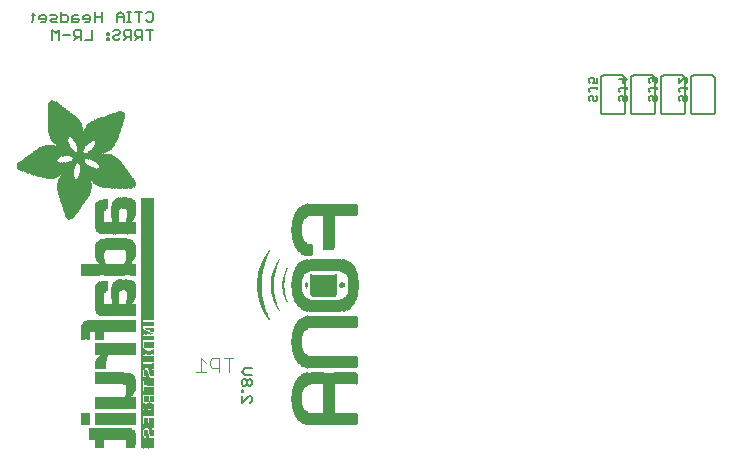
<source format=gbr>
G04 EAGLE Gerber RS-274X export*
G75*
%MOMM*%
%FSLAX34Y34*%
%LPD*%
%INSilkscreen Bottom*%
%IPPOS*%
%AMOC8*
5,1,8,0,0,1.08239X$1,22.5*%
G01*
%ADD10C,0.127000*%
%ADD11C,0.101600*%
%ADD12R,0.025400X0.914400*%
%ADD13R,0.025400X1.320800*%
%ADD14R,0.025400X1.574800*%
%ADD15R,0.025400X1.803400*%
%ADD16R,0.025400X0.889000*%
%ADD17R,0.025400X1.981200*%
%ADD18R,0.025400X0.990600*%
%ADD19R,0.025400X2.159000*%
%ADD20R,0.025400X1.041400*%
%ADD21R,0.025400X2.311400*%
%ADD22R,0.025400X1.066800*%
%ADD23R,0.025400X2.438400*%
%ADD24R,0.025400X2.590800*%
%ADD25R,0.025400X2.692400*%
%ADD26R,0.025400X2.794000*%
%ADD27R,0.025400X2.895600*%
%ADD28R,0.025400X2.997200*%
%ADD29R,0.025400X3.048000*%
%ADD30R,0.025400X3.149600*%
%ADD31R,0.025400X3.225800*%
%ADD32R,0.025400X3.302000*%
%ADD33R,0.025400X3.352800*%
%ADD34R,0.025400X3.429000*%
%ADD35R,0.025400X3.505200*%
%ADD36R,0.025400X3.556000*%
%ADD37R,0.025400X3.606800*%
%ADD38R,0.025400X3.657600*%
%ADD39R,0.025400X3.708400*%
%ADD40R,0.025400X3.759200*%
%ADD41R,0.025400X3.810000*%
%ADD42R,0.025400X3.835400*%
%ADD43R,0.025400X3.860800*%
%ADD44R,0.025400X3.911600*%
%ADD45R,0.025400X3.962400*%
%ADD46R,0.025400X3.987800*%
%ADD47R,0.025400X4.013200*%
%ADD48R,0.025400X1.676400*%
%ADD49R,0.025400X1.651000*%
%ADD50R,0.025400X1.524000*%
%ADD51R,0.025400X1.549400*%
%ADD52R,0.025400X1.447800*%
%ADD53R,0.025400X1.371600*%
%ADD54R,0.025400X1.397000*%
%ADD55R,0.025400X1.346200*%
%ADD56R,0.025400X1.295400*%
%ADD57R,0.025400X1.270000*%
%ADD58R,0.025400X1.244600*%
%ADD59R,0.025400X1.219200*%
%ADD60R,0.025400X1.193800*%
%ADD61R,0.025400X1.168400*%
%ADD62R,0.025400X1.143000*%
%ADD63R,0.025400X0.101600*%
%ADD64R,0.025400X0.254000*%
%ADD65R,0.025400X0.304800*%
%ADD66R,0.025400X1.117600*%
%ADD67R,0.025400X0.355600*%
%ADD68R,0.025400X0.406400*%
%ADD69R,0.025400X1.092200*%
%ADD70R,0.025400X0.457200*%
%ADD71R,0.025400X0.381000*%
%ADD72R,0.025400X0.228600*%
%ADD73R,0.025400X1.778000*%
%ADD74R,0.025400X1.828800*%
%ADD75R,0.025400X1.854200*%
%ADD76R,0.025400X3.784600*%
%ADD77R,0.025400X4.470400*%
%ADD78R,0.025400X3.886200*%
%ADD79R,0.025400X3.937000*%
%ADD80R,0.025400X1.727200*%
%ADD81R,0.025400X0.431800*%
%ADD82R,0.025400X1.422400*%
%ADD83R,0.025400X1.498600*%
%ADD84R,0.025400X1.600200*%
%ADD85R,0.025400X1.625600*%
%ADD86R,0.025400X3.733800*%
%ADD87R,0.025400X3.683000*%
%ADD88R,0.025400X3.632200*%
%ADD89R,0.025400X3.454400*%
%ADD90R,0.025400X3.378200*%
%ADD91R,0.025400X3.327400*%
%ADD92R,0.025400X3.251200*%
%ADD93R,0.025400X3.175000*%
%ADD94R,0.025400X3.098800*%
%ADD95R,0.025400X3.022600*%
%ADD96R,0.025400X2.921000*%
%ADD97R,0.025400X2.819400*%
%ADD98R,0.025400X2.717800*%
%ADD99R,0.025400X2.616200*%
%ADD100R,0.025400X2.489200*%
%ADD101R,0.025400X2.362200*%
%ADD102R,0.025400X2.336800*%
%ADD103R,0.025400X2.209800*%
%ADD104R,0.025400X2.184400*%
%ADD105R,0.025400X2.057400*%
%ADD106R,0.025400X2.032000*%
%ADD107R,0.025400X1.879600*%
%ADD108R,0.025400X0.482600*%
%ADD109R,0.025400X0.050800*%
%ADD110R,0.025400X0.025400*%
%ADD111R,0.025400X0.076200*%
%ADD112R,0.025400X0.152400*%
%ADD113R,0.025400X0.127000*%
%ADD114R,0.025400X0.177800*%
%ADD115R,0.025400X0.203200*%
%ADD116R,0.025400X0.330200*%
%ADD117R,0.025400X0.609600*%
%ADD118R,0.025400X0.711200*%
%ADD119R,0.025400X0.279400*%
%ADD120R,0.025400X0.508000*%
%ADD121R,0.025400X0.533400*%
%ADD122R,0.025400X0.558800*%
%ADD123R,0.025400X0.635000*%
%ADD124R,0.025400X0.736600*%
%ADD125R,0.025400X2.565400*%
%ADD126R,0.025400X2.286000*%
%ADD127R,0.025400X2.082800*%
%ADD128R,0.025400X1.930400*%
%ADD129R,0.025400X1.473200*%
%ADD130R,0.025400X0.812800*%
%ADD131R,0.025400X0.685800*%
%ADD132R,0.025400X0.762000*%
%ADD133R,0.025400X0.838200*%
%ADD134R,0.025400X1.016000*%
%ADD135R,0.025400X3.403600*%
%ADD136R,0.025400X3.276600*%
%ADD137R,0.025400X2.844800*%
%ADD138R,0.025400X2.667000*%
%ADD139C,0.203200*%
%ADD140C,0.152400*%
%ADD141R,0.025400X10.363200*%
%ADD142R,0.025400X0.863600*%
%ADD143R,0.025400X0.965200*%
%ADD144R,0.025400X0.660400*%
%ADD145R,0.025400X0.939800*%
%ADD146R,0.025400X0.584200*%
%ADD147R,0.025400X21.209000*%
%ADD148R,0.025400X0.787400*%
%ADD149R,0.025400X1.701800*%
%ADD150R,0.025400X1.905000*%
%ADD151R,0.025400X2.006600*%
%ADD152R,0.025400X3.073400*%
%ADD153R,0.025400X2.108200*%
%ADD154R,0.025400X2.235200*%
%ADD155R,0.025400X2.260600*%
%ADD156R,0.025400X2.387600*%
%ADD157R,0.025400X2.413000*%
%ADD158R,0.025400X2.133600*%
%ADD159R,0.025400X2.463800*%
%ADD160R,0.025400X2.514600*%
%ADD161R,0.025400X2.540000*%
%ADD162R,0.025400X2.971800*%
%ADD163R,0.025400X2.946400*%
%ADD164R,0.025400X2.641600*%
%ADD165R,0.025400X2.870200*%
%ADD166R,0.025400X2.768600*%
%ADD167R,0.025400X2.743200*%
%ADD168R,0.025400X5.892800*%
%ADD169R,0.025400X5.867400*%
%ADD170R,0.025400X5.842000*%
%ADD171R,0.025400X5.816600*%
%ADD172R,0.025400X5.791200*%
%ADD173R,0.025400X4.114800*%
%ADD174R,0.025400X1.955800*%
%ADD175R,0.025400X1.752600*%
%ADD176R,0.025400X3.530600*%
%ADD177R,0.025400X4.241800*%
%ADD178R,0.025400X4.267200*%
%ADD179R,0.025400X4.318000*%
%ADD180R,0.025400X4.419600*%
%ADD181R,0.025400X6.400800*%
%ADD182R,0.025400X6.502400*%
%ADD183R,0.025400X6.680200*%
%ADD184R,0.025400X6.832600*%
%ADD185R,0.025400X6.858000*%
%ADD186R,0.025400X7.010400*%
%ADD187R,0.025400X7.112000*%
%ADD188R,0.025400X7.162800*%
%ADD189R,0.025400X3.124200*%
%ADD190R,0.025400X3.200400*%
%ADD191R,0.025400X5.029200*%
%ADD192R,0.025400X5.003800*%
%ADD193R,0.025400X4.978400*%
%ADD194R,0.025400X4.953000*%
%ADD195R,0.025400X4.927600*%
%ADD196R,0.025400X4.902200*%
%ADD197R,0.025400X4.876800*%
%ADD198R,0.025400X4.851400*%
%ADD199R,0.025400X4.826000*%
%ADD200R,0.025400X4.800600*%
%ADD201R,0.025400X4.775200*%
%ADD202R,0.025400X4.749800*%
%ADD203R,0.025400X4.724400*%
%ADD204R,0.025400X4.699000*%
%ADD205R,0.025400X4.648200*%
%ADD206R,0.025400X4.597400*%
%ADD207R,0.025400X4.546600*%
%ADD208R,0.025400X4.394200*%
%ADD209R,0.025400X4.038600*%
%ADD210R,0.025400X4.064000*%
%ADD211R,0.025400X4.089400*%
%ADD212R,0.025400X4.140200*%
%ADD213R,0.025400X4.165600*%
%ADD214R,0.025400X4.191000*%
%ADD215R,0.025400X4.216400*%
%ADD216R,0.025400X4.292600*%
%ADD217R,0.025400X4.368800*%
%ADD218R,0.025400X4.445000*%
%ADD219R,0.025400X4.495800*%
%ADD220R,0.025400X4.572000*%
%ADD221R,0.025400X4.622800*%
%ADD222R,0.025400X4.673600*%
%ADD223R,0.025400X3.581400*%
%ADD224R,0.025400X3.479800*%


D10*
X193675Y193534D02*
X193675Y187602D01*
X199607Y193534D01*
X201090Y193534D01*
X202573Y192051D01*
X202573Y189085D01*
X201090Y187602D01*
X195158Y196957D02*
X193675Y196957D01*
X195158Y196957D02*
X195158Y198440D01*
X193675Y198440D01*
X193675Y196957D01*
X201090Y201635D02*
X202573Y203118D01*
X202573Y206083D01*
X201090Y207566D01*
X199607Y207566D01*
X198124Y206083D01*
X196641Y207566D01*
X195158Y207566D01*
X193675Y206083D01*
X193675Y203118D01*
X195158Y201635D01*
X196641Y201635D01*
X198124Y203118D01*
X199607Y201635D01*
X201090Y201635D01*
X198124Y203118D02*
X198124Y206083D01*
X196641Y210990D02*
X202573Y210990D01*
X196641Y210990D02*
X193675Y213956D01*
X196641Y216922D01*
X202573Y216922D01*
X112813Y517320D02*
X114296Y518803D01*
X117262Y518803D01*
X118745Y517320D01*
X118745Y511388D01*
X117262Y509905D01*
X114296Y509905D01*
X112813Y511388D01*
X106424Y509905D02*
X106424Y518803D01*
X109390Y518803D02*
X103458Y518803D01*
X100035Y509905D02*
X97069Y509905D01*
X98552Y509905D02*
X98552Y518803D01*
X100035Y518803D02*
X97069Y518803D01*
X93798Y515837D02*
X93798Y509905D01*
X93798Y515837D02*
X90832Y518803D01*
X87866Y515837D01*
X87866Y509905D01*
X87866Y514354D02*
X93798Y514354D01*
X75087Y509905D02*
X75087Y518803D01*
X75087Y514354D02*
X69156Y514354D01*
X69156Y518803D02*
X69156Y509905D01*
X64249Y509905D02*
X61284Y509905D01*
X64249Y509905D02*
X65732Y511388D01*
X65732Y514354D01*
X64249Y515837D01*
X61284Y515837D01*
X59801Y514354D01*
X59801Y512871D01*
X65732Y512871D01*
X54894Y515837D02*
X51928Y515837D01*
X50445Y514354D01*
X50445Y509905D01*
X54894Y509905D01*
X56377Y511388D01*
X54894Y512871D01*
X50445Y512871D01*
X41090Y509905D02*
X41090Y518803D01*
X41090Y509905D02*
X45539Y509905D01*
X47022Y511388D01*
X47022Y514354D01*
X45539Y515837D01*
X41090Y515837D01*
X37667Y509905D02*
X33218Y509905D01*
X31735Y511388D01*
X33218Y512871D01*
X36184Y512871D01*
X37667Y514354D01*
X36184Y515837D01*
X31735Y515837D01*
X26829Y509905D02*
X23863Y509905D01*
X26829Y509905D02*
X28312Y511388D01*
X28312Y514354D01*
X26829Y515837D01*
X23863Y515837D01*
X22380Y514354D01*
X22380Y512871D01*
X28312Y512871D01*
X17473Y511388D02*
X17473Y517320D01*
X17473Y511388D02*
X15991Y509905D01*
X15991Y515837D02*
X18956Y515837D01*
X115779Y503563D02*
X115779Y494665D01*
X118745Y503563D02*
X112813Y503563D01*
X109390Y503563D02*
X109390Y494665D01*
X109390Y503563D02*
X104941Y503563D01*
X103458Y502080D01*
X103458Y499114D01*
X104941Y497631D01*
X109390Y497631D01*
X106424Y497631D02*
X103458Y494665D01*
X100035Y494665D02*
X100035Y503563D01*
X95586Y503563D01*
X94103Y502080D01*
X94103Y499114D01*
X95586Y497631D01*
X100035Y497631D01*
X97069Y497631D02*
X94103Y494665D01*
X86231Y503563D02*
X84748Y502080D01*
X86231Y503563D02*
X89197Y503563D01*
X90679Y502080D01*
X90679Y500597D01*
X89197Y499114D01*
X86231Y499114D01*
X84748Y497631D01*
X84748Y496148D01*
X86231Y494665D01*
X89197Y494665D01*
X90679Y496148D01*
X81324Y500597D02*
X79841Y500597D01*
X79841Y499114D01*
X81324Y499114D01*
X81324Y500597D01*
X81324Y496148D02*
X79841Y496148D01*
X79841Y494665D01*
X81324Y494665D01*
X81324Y496148D01*
X67291Y494665D02*
X67291Y503563D01*
X67291Y494665D02*
X61360Y494665D01*
X57936Y494665D02*
X57936Y503563D01*
X53488Y503563D01*
X52005Y502080D01*
X52005Y499114D01*
X53488Y497631D01*
X57936Y497631D01*
X54970Y497631D02*
X52005Y494665D01*
X48581Y499114D02*
X42649Y499114D01*
X39226Y494665D02*
X39226Y503563D01*
X36260Y500597D01*
X33294Y503563D01*
X33294Y494665D01*
D11*
X182703Y225211D02*
X182703Y213517D01*
X186601Y225211D02*
X178805Y225211D01*
X174907Y225211D02*
X174907Y213517D01*
X174907Y225211D02*
X169060Y225211D01*
X167111Y223262D01*
X167111Y219364D01*
X169060Y217415D01*
X174907Y217415D01*
X163213Y221313D02*
X159315Y225211D01*
X159315Y213517D01*
X163213Y213517D02*
X155417Y213517D01*
D12*
X292862Y286893D03*
D13*
X292608Y286893D03*
D14*
X292354Y286893D03*
D15*
X292100Y286766D03*
D16*
X291846Y350774D03*
D17*
X291846Y286893D03*
D16*
X291846Y256032D03*
X291846Y221996D03*
X291846Y208026D03*
X291846Y173990D03*
D18*
X291592Y350774D03*
D19*
X291592Y286766D03*
D18*
X291592Y256032D03*
X291592Y221996D03*
X291592Y208026D03*
X291592Y173990D03*
D20*
X291338Y350774D03*
D21*
X291338Y286766D03*
D20*
X291338Y256032D03*
X291338Y221996D03*
X291338Y208026D03*
X291338Y173990D03*
D22*
X291084Y350647D03*
D23*
X291084Y286893D03*
D22*
X291084Y255905D03*
D20*
X291084Y221996D03*
X291084Y208026D03*
D22*
X291084Y174117D03*
X290830Y350647D03*
D24*
X290830Y286893D03*
D22*
X290830Y255905D03*
X290830Y221869D03*
X290830Y208153D03*
X290830Y174117D03*
X290576Y350647D03*
D25*
X290576Y286893D03*
D22*
X290576Y255905D03*
X290576Y221869D03*
X290576Y208153D03*
X290576Y174117D03*
X290322Y350647D03*
D26*
X290322Y286893D03*
D22*
X290322Y255905D03*
X290322Y221869D03*
X290322Y208153D03*
X290322Y174117D03*
X290068Y350647D03*
D27*
X290068Y286893D03*
D22*
X290068Y255905D03*
X290068Y221869D03*
X290068Y208153D03*
X290068Y174117D03*
X289814Y350647D03*
D28*
X289814Y286893D03*
D22*
X289814Y255905D03*
X289814Y221869D03*
X289814Y208153D03*
X289814Y174117D03*
X289560Y350647D03*
D29*
X289560Y286893D03*
D22*
X289560Y255905D03*
X289560Y221869D03*
X289560Y208153D03*
X289560Y174117D03*
X289306Y350647D03*
D30*
X289306Y286893D03*
D22*
X289306Y255905D03*
X289306Y221869D03*
X289306Y208153D03*
X289306Y174117D03*
X289052Y350647D03*
D31*
X289052Y286766D03*
D22*
X289052Y255905D03*
X289052Y221869D03*
X289052Y208153D03*
X289052Y174117D03*
X288798Y350647D03*
D32*
X288798Y286893D03*
D22*
X288798Y255905D03*
X288798Y221869D03*
X288798Y208153D03*
X288798Y174117D03*
X288544Y350647D03*
D33*
X288544Y286893D03*
D22*
X288544Y255905D03*
X288544Y221869D03*
X288544Y208153D03*
X288544Y174117D03*
X288290Y350647D03*
D34*
X288290Y286766D03*
D22*
X288290Y255905D03*
X288290Y221869D03*
X288290Y208153D03*
X288290Y174117D03*
X288036Y350647D03*
D35*
X288036Y286893D03*
D22*
X288036Y255905D03*
X288036Y221869D03*
X288036Y208153D03*
X288036Y174117D03*
X287782Y350647D03*
D36*
X287782Y286893D03*
D22*
X287782Y255905D03*
X287782Y221869D03*
X287782Y208153D03*
X287782Y174117D03*
X287528Y350647D03*
D37*
X287528Y286893D03*
D22*
X287528Y255905D03*
X287528Y221869D03*
X287528Y208153D03*
X287528Y174117D03*
X287274Y350647D03*
D38*
X287274Y286893D03*
D22*
X287274Y255905D03*
X287274Y221869D03*
X287274Y208153D03*
X287274Y174117D03*
X287020Y350647D03*
D39*
X287020Y286893D03*
D22*
X287020Y255905D03*
X287020Y221869D03*
X287020Y208153D03*
X287020Y174117D03*
X286766Y350647D03*
D40*
X286766Y286893D03*
D22*
X286766Y255905D03*
X286766Y221869D03*
X286766Y208153D03*
X286766Y174117D03*
X286512Y350647D03*
D41*
X286512Y286893D03*
D22*
X286512Y255905D03*
X286512Y221869D03*
X286512Y208153D03*
X286512Y174117D03*
X286258Y350647D03*
D42*
X286258Y286766D03*
D22*
X286258Y255905D03*
X286258Y221869D03*
X286258Y208153D03*
X286258Y174117D03*
X286004Y350647D03*
D43*
X286004Y286893D03*
D22*
X286004Y255905D03*
X286004Y221869D03*
X286004Y208153D03*
X286004Y174117D03*
X285750Y350647D03*
D44*
X285750Y286893D03*
D22*
X285750Y255905D03*
X285750Y221869D03*
X285750Y208153D03*
X285750Y174117D03*
X285496Y350647D03*
D45*
X285496Y286893D03*
D22*
X285496Y255905D03*
X285496Y221869D03*
X285496Y208153D03*
X285496Y174117D03*
X285242Y350647D03*
D46*
X285242Y286766D03*
D22*
X285242Y255905D03*
X285242Y221869D03*
X285242Y208153D03*
X285242Y174117D03*
X284988Y350647D03*
D47*
X284988Y286893D03*
D22*
X284988Y255905D03*
X284988Y221869D03*
X284988Y208153D03*
X284988Y174117D03*
X284734Y350647D03*
D48*
X284734Y298831D03*
D49*
X284734Y274828D03*
D22*
X284734Y255905D03*
X284734Y221869D03*
X284734Y208153D03*
X284734Y174117D03*
X284480Y350647D03*
D50*
X284480Y299593D03*
D51*
X284480Y274066D03*
D22*
X284480Y255905D03*
X284480Y221869D03*
X284480Y208153D03*
X284480Y174117D03*
X284226Y350647D03*
D52*
X284226Y300228D03*
X284226Y273558D03*
D22*
X284226Y255905D03*
X284226Y221869D03*
X284226Y208153D03*
X284226Y174117D03*
X283972Y350647D03*
D53*
X283972Y300609D03*
D54*
X283972Y273050D03*
D22*
X283972Y255905D03*
X283972Y221869D03*
X283972Y208153D03*
X283972Y174117D03*
X283718Y350647D03*
D55*
X283718Y300990D03*
X283718Y272796D03*
D22*
X283718Y255905D03*
X283718Y221869D03*
X283718Y208153D03*
X283718Y174117D03*
X283464Y350647D03*
D56*
X283464Y301244D03*
D13*
X283464Y272415D03*
D22*
X283464Y255905D03*
X283464Y221869D03*
X283464Y208153D03*
X283464Y174117D03*
X283210Y350647D03*
D57*
X283210Y301625D03*
X283210Y272161D03*
D22*
X283210Y255905D03*
X283210Y221869D03*
X283210Y208153D03*
X283210Y174117D03*
X282956Y350647D03*
D58*
X282956Y301752D03*
D57*
X282956Y271907D03*
D22*
X282956Y255905D03*
X282956Y221869D03*
X282956Y208153D03*
X282956Y174117D03*
X282702Y350647D03*
D58*
X282702Y302006D03*
D59*
X282702Y271653D03*
D22*
X282702Y255905D03*
X282702Y221869D03*
X282702Y208153D03*
X282702Y174117D03*
X282448Y350647D03*
D60*
X282448Y302260D03*
X282448Y271526D03*
D22*
X282448Y255905D03*
X282448Y221869D03*
X282448Y208153D03*
X282448Y174117D03*
X282194Y350647D03*
D60*
X282194Y302514D03*
X282194Y271272D03*
D22*
X282194Y255905D03*
X282194Y221869D03*
X282194Y208153D03*
X282194Y174117D03*
X281940Y350647D03*
D60*
X281940Y302514D03*
D61*
X281940Y271145D03*
D22*
X281940Y255905D03*
X281940Y221869D03*
X281940Y208153D03*
X281940Y174117D03*
X281686Y350647D03*
D61*
X281686Y302641D03*
D62*
X281686Y271018D03*
D22*
X281686Y255905D03*
X281686Y221869D03*
X281686Y208153D03*
X281686Y174117D03*
X281432Y350647D03*
D62*
X281432Y302768D03*
D63*
X281432Y286893D03*
D61*
X281432Y270891D03*
D22*
X281432Y255905D03*
X281432Y221869D03*
X281432Y208153D03*
X281432Y174117D03*
X281178Y350647D03*
D62*
X281178Y303022D03*
D64*
X281178Y286893D03*
D62*
X281178Y270764D03*
D22*
X281178Y255905D03*
X281178Y221869D03*
X281178Y208153D03*
X281178Y174117D03*
X280924Y350647D03*
D62*
X280924Y303022D03*
D65*
X280924Y286893D03*
D66*
X280924Y270637D03*
D22*
X280924Y255905D03*
X280924Y221869D03*
X280924Y208153D03*
X280924Y174117D03*
X280670Y350647D03*
D66*
X280670Y303149D03*
D67*
X280670Y286893D03*
D66*
X280670Y270637D03*
D22*
X280670Y255905D03*
X280670Y221869D03*
X280670Y208153D03*
X280670Y174117D03*
X280416Y350647D03*
D62*
X280416Y303276D03*
D68*
X280416Y286893D03*
D66*
X280416Y270383D03*
D22*
X280416Y255905D03*
X280416Y221869D03*
X280416Y208153D03*
X280416Y174117D03*
X280162Y350647D03*
D66*
X280162Y303403D03*
D68*
X280162Y286893D03*
D66*
X280162Y270383D03*
D22*
X280162Y255905D03*
X280162Y221869D03*
X280162Y208153D03*
X280162Y174117D03*
X279908Y350647D03*
D66*
X279908Y303403D03*
D68*
X279908Y286893D03*
D69*
X279908Y270256D03*
D22*
X279908Y255905D03*
X279908Y221869D03*
X279908Y208153D03*
X279908Y174117D03*
X279654Y350647D03*
D69*
X279654Y303530D03*
D70*
X279654Y286893D03*
D69*
X279654Y270256D03*
D22*
X279654Y255905D03*
X279654Y221869D03*
X279654Y208153D03*
X279654Y174117D03*
X279400Y350647D03*
D69*
X279400Y303530D03*
D70*
X279400Y286893D03*
D69*
X279400Y270256D03*
D22*
X279400Y255905D03*
X279400Y221869D03*
X279400Y208153D03*
X279400Y174117D03*
X279146Y350647D03*
D69*
X279146Y303530D03*
D70*
X279146Y286893D03*
D69*
X279146Y270002D03*
D22*
X279146Y255905D03*
X279146Y221869D03*
X279146Y208153D03*
X279146Y174117D03*
X278892Y350647D03*
X278892Y303657D03*
D70*
X278892Y286893D03*
D69*
X278892Y270002D03*
D22*
X278892Y255905D03*
X278892Y221869D03*
X278892Y208153D03*
X278892Y174117D03*
X278638Y350647D03*
D69*
X278638Y303784D03*
D68*
X278638Y286893D03*
D69*
X278638Y270002D03*
D22*
X278638Y255905D03*
X278638Y221869D03*
X278638Y208153D03*
X278638Y174117D03*
X278384Y350647D03*
D69*
X278384Y303784D03*
D68*
X278384Y286893D03*
D69*
X278384Y270002D03*
D22*
X278384Y255905D03*
X278384Y221869D03*
X278384Y208153D03*
X278384Y174117D03*
X278130Y350647D03*
D69*
X278130Y303784D03*
D71*
X278130Y286766D03*
D69*
X278130Y270002D03*
D22*
X278130Y255905D03*
X278130Y221869D03*
X278130Y208153D03*
X278130Y174117D03*
X277876Y350647D03*
D69*
X277876Y303784D03*
D67*
X277876Y286893D03*
D22*
X277876Y269875D03*
X277876Y255905D03*
X277876Y221869D03*
X277876Y208153D03*
X277876Y174117D03*
X277622Y350647D03*
X277622Y303911D03*
D65*
X277622Y286893D03*
D22*
X277622Y269875D03*
X277622Y255905D03*
X277622Y221869D03*
X277622Y208153D03*
X277622Y174117D03*
X277368Y350647D03*
X277368Y303911D03*
D72*
X277368Y286766D03*
D22*
X277368Y269875D03*
X277368Y255905D03*
X277368Y221869D03*
X277368Y208153D03*
X277368Y174117D03*
X277114Y350647D03*
X277114Y303911D03*
D63*
X277114Y286893D03*
D22*
X277114Y269875D03*
X277114Y255905D03*
X277114Y221869D03*
X277114Y208153D03*
X277114Y174117D03*
X276860Y350647D03*
X276860Y303911D03*
X276860Y269875D03*
X276860Y255905D03*
X276860Y221869D03*
X276860Y208153D03*
X276860Y174117D03*
X276606Y350647D03*
X276606Y303911D03*
X276606Y269875D03*
X276606Y255905D03*
X276606Y221869D03*
X276606Y208153D03*
X276606Y174117D03*
X276352Y350647D03*
X276352Y303911D03*
X276352Y269875D03*
X276352Y255905D03*
X276352Y221869D03*
X276352Y208153D03*
X276352Y174117D03*
X276098Y350647D03*
X276098Y303911D03*
X276098Y269875D03*
X276098Y255905D03*
X276098Y221869D03*
X276098Y208153D03*
X276098Y174117D03*
X275844Y350647D03*
X275844Y303911D03*
X275844Y269875D03*
X275844Y255905D03*
X275844Y221869D03*
X275844Y208153D03*
X275844Y174117D03*
X275590Y350647D03*
X275590Y303911D03*
X275590Y269875D03*
X275590Y255905D03*
X275590Y221869D03*
X275590Y208153D03*
X275590Y174117D03*
X275336Y350647D03*
X275336Y303911D03*
X275336Y269875D03*
X275336Y255905D03*
X275336Y221869D03*
X275336Y208153D03*
X275336Y174117D03*
X275082Y350647D03*
X275082Y303911D03*
X275082Y269875D03*
X275082Y255905D03*
X275082Y221869D03*
X275082Y208153D03*
X275082Y174117D03*
X274828Y350647D03*
X274828Y303911D03*
X274828Y269875D03*
X274828Y255905D03*
X274828Y221869D03*
X274828Y208153D03*
X274828Y174117D03*
X274574Y350647D03*
X274574Y303911D03*
D48*
X274574Y286893D03*
D22*
X274574Y269875D03*
X274574Y255905D03*
X274574Y221869D03*
X274574Y208153D03*
X274574Y174117D03*
X274320Y350647D03*
X274320Y303911D03*
D73*
X274320Y286893D03*
D22*
X274320Y269875D03*
X274320Y255905D03*
X274320Y221869D03*
X274320Y208153D03*
X274320Y174117D03*
X274066Y350647D03*
X274066Y303911D03*
D73*
X274066Y286893D03*
D22*
X274066Y269875D03*
X274066Y255905D03*
X274066Y221869D03*
X274066Y208153D03*
X274066Y174117D03*
X273812Y350647D03*
X273812Y303911D03*
D74*
X273812Y286893D03*
D22*
X273812Y269875D03*
X273812Y255905D03*
X273812Y221869D03*
X273812Y208153D03*
X273812Y174117D03*
X273558Y350647D03*
X273558Y303911D03*
D74*
X273558Y286893D03*
D22*
X273558Y269875D03*
X273558Y255905D03*
X273558Y221869D03*
X273558Y208153D03*
X273558Y174117D03*
X273304Y350647D03*
X273304Y303911D03*
D75*
X273304Y286766D03*
D22*
X273304Y269875D03*
X273304Y255905D03*
X273304Y221869D03*
X273304Y208153D03*
X273304Y174117D03*
X273050Y350647D03*
X273050Y303911D03*
D75*
X273050Y286766D03*
D22*
X273050Y269875D03*
X273050Y255905D03*
X273050Y221869D03*
X273050Y208153D03*
X273050Y174117D03*
X272796Y350647D03*
X272796Y303911D03*
D75*
X272796Y286766D03*
D22*
X272796Y269875D03*
X272796Y255905D03*
X272796Y221869D03*
X272796Y208153D03*
X272796Y174117D03*
D76*
X272542Y337058D03*
D22*
X272542Y303911D03*
D75*
X272542Y286766D03*
D22*
X272542Y269875D03*
X272542Y255905D03*
X272542Y221869D03*
D77*
X272542Y191135D03*
D78*
X272288Y336550D03*
D22*
X272288Y303911D03*
D75*
X272288Y286766D03*
D22*
X272288Y269875D03*
X272288Y255905D03*
X272288Y221869D03*
D77*
X272288Y191135D03*
D44*
X272034Y336423D03*
D22*
X272034Y303911D03*
D75*
X272034Y286766D03*
D22*
X272034Y269875D03*
X272034Y255905D03*
X272034Y221869D03*
D77*
X272034Y191135D03*
D79*
X271780Y336296D03*
D22*
X271780Y303911D03*
D75*
X271780Y286766D03*
D22*
X271780Y269875D03*
X271780Y255905D03*
X271780Y221869D03*
D77*
X271780Y191135D03*
D79*
X271526Y336296D03*
D22*
X271526Y303911D03*
D75*
X271526Y286766D03*
D22*
X271526Y269875D03*
X271526Y255905D03*
X271526Y221869D03*
D77*
X271526Y191135D03*
D79*
X271272Y336296D03*
D22*
X271272Y303911D03*
D75*
X271272Y286766D03*
D22*
X271272Y269875D03*
X271272Y255905D03*
X271272Y221869D03*
D77*
X271272Y191135D03*
D79*
X271018Y336296D03*
D22*
X271018Y303911D03*
D75*
X271018Y286766D03*
D22*
X271018Y269875D03*
X271018Y255905D03*
X271018Y221869D03*
D77*
X271018Y191135D03*
D79*
X270764Y336296D03*
D22*
X270764Y303911D03*
D75*
X270764Y286766D03*
D22*
X270764Y269875D03*
X270764Y255905D03*
X270764Y221869D03*
D77*
X270764Y191135D03*
D79*
X270510Y336296D03*
D22*
X270510Y303911D03*
D75*
X270510Y286766D03*
D22*
X270510Y269875D03*
X270510Y255905D03*
X270510Y221869D03*
D77*
X270510Y191135D03*
D79*
X270256Y336296D03*
D22*
X270256Y303911D03*
D75*
X270256Y286766D03*
D22*
X270256Y269875D03*
X270256Y255905D03*
X270256Y221869D03*
D77*
X270256Y191135D03*
D79*
X270002Y336296D03*
D22*
X270002Y303911D03*
D75*
X270002Y286766D03*
D22*
X270002Y269875D03*
X270002Y255905D03*
X270002Y221869D03*
D77*
X270002Y191135D03*
D79*
X269748Y336296D03*
D22*
X269748Y303911D03*
D75*
X269748Y286766D03*
D22*
X269748Y269875D03*
X269748Y255905D03*
X269748Y221869D03*
D77*
X269748Y191135D03*
D79*
X269494Y336296D03*
D22*
X269494Y303911D03*
D75*
X269494Y286766D03*
D22*
X269494Y269875D03*
X269494Y255905D03*
X269494Y221869D03*
D77*
X269494Y191135D03*
D79*
X269240Y336296D03*
D22*
X269240Y303911D03*
D75*
X269240Y286766D03*
D22*
X269240Y269875D03*
X269240Y255905D03*
X269240Y221869D03*
D77*
X269240Y191135D03*
D79*
X268986Y336296D03*
D22*
X268986Y303911D03*
D75*
X268986Y286766D03*
D22*
X268986Y269875D03*
X268986Y255905D03*
X268986Y221869D03*
D77*
X268986Y191135D03*
D79*
X268732Y336296D03*
D22*
X268732Y303911D03*
D75*
X268732Y286766D03*
D22*
X268732Y269875D03*
X268732Y255905D03*
X268732Y221869D03*
D77*
X268732Y191135D03*
D79*
X268478Y336296D03*
D22*
X268478Y303911D03*
D75*
X268478Y286766D03*
D22*
X268478Y269875D03*
X268478Y255905D03*
X268478Y221869D03*
D77*
X268478Y191135D03*
D79*
X268224Y336296D03*
D22*
X268224Y303911D03*
D75*
X268224Y286766D03*
D22*
X268224Y269875D03*
X268224Y255905D03*
X268224Y221869D03*
D77*
X268224Y191135D03*
D79*
X267970Y336296D03*
D22*
X267970Y303911D03*
D75*
X267970Y286766D03*
D22*
X267970Y269875D03*
X267970Y255905D03*
X267970Y221869D03*
D77*
X267970Y191135D03*
D79*
X267716Y336296D03*
D22*
X267716Y303911D03*
D75*
X267716Y286766D03*
D22*
X267716Y269875D03*
X267716Y255905D03*
X267716Y221869D03*
D77*
X267716Y191135D03*
D79*
X267462Y336296D03*
D22*
X267462Y303911D03*
D75*
X267462Y286766D03*
D22*
X267462Y269875D03*
X267462Y255905D03*
X267462Y221869D03*
D77*
X267462Y191135D03*
D79*
X267208Y336296D03*
D22*
X267208Y303911D03*
D75*
X267208Y286766D03*
D22*
X267208Y269875D03*
X267208Y255905D03*
X267208Y221869D03*
D77*
X267208Y191135D03*
D79*
X266954Y336296D03*
D22*
X266954Y303911D03*
D75*
X266954Y286766D03*
D22*
X266954Y269875D03*
X266954Y255905D03*
X266954Y221869D03*
D77*
X266954Y191135D03*
D79*
X266700Y336296D03*
D22*
X266700Y303911D03*
D75*
X266700Y286766D03*
D22*
X266700Y269875D03*
X266700Y255905D03*
X266700Y221869D03*
D77*
X266700Y191135D03*
D79*
X266446Y336296D03*
D22*
X266446Y303911D03*
D75*
X266446Y286766D03*
D22*
X266446Y269875D03*
X266446Y255905D03*
X266446Y221869D03*
D77*
X266446Y191135D03*
D79*
X266192Y336296D03*
D22*
X266192Y303911D03*
D75*
X266192Y286766D03*
D22*
X266192Y269875D03*
X266192Y255905D03*
X266192Y221869D03*
D77*
X266192Y191135D03*
D79*
X265938Y336296D03*
D22*
X265938Y303911D03*
D75*
X265938Y286766D03*
D22*
X265938Y269875D03*
X265938Y255905D03*
X265938Y221869D03*
D77*
X265938Y191135D03*
D79*
X265684Y336296D03*
D22*
X265684Y303911D03*
D75*
X265684Y286766D03*
D22*
X265684Y269875D03*
X265684Y255905D03*
X265684Y221869D03*
D77*
X265684Y191135D03*
D79*
X265430Y336296D03*
D22*
X265430Y303911D03*
D75*
X265430Y286766D03*
D22*
X265430Y269875D03*
X265430Y255905D03*
X265430Y221869D03*
D77*
X265430Y191135D03*
D79*
X265176Y336296D03*
D22*
X265176Y303911D03*
D75*
X265176Y286766D03*
D22*
X265176Y269875D03*
X265176Y255905D03*
X265176Y221869D03*
D77*
X265176Y191135D03*
D79*
X264922Y336296D03*
D22*
X264922Y303911D03*
D75*
X264922Y286766D03*
D22*
X264922Y269875D03*
X264922Y255905D03*
X264922Y221869D03*
D77*
X264922Y191135D03*
D79*
X264668Y336296D03*
D22*
X264668Y303911D03*
D75*
X264668Y286766D03*
D22*
X264668Y269875D03*
X264668Y255905D03*
X264668Y221869D03*
D77*
X264668Y191135D03*
D79*
X264414Y336296D03*
D22*
X264414Y303911D03*
D75*
X264414Y286766D03*
D22*
X264414Y269875D03*
X264414Y255905D03*
X264414Y221869D03*
D77*
X264414Y191135D03*
D79*
X264160Y336296D03*
D22*
X264160Y303911D03*
D75*
X264160Y286766D03*
D22*
X264160Y269875D03*
X264160Y255905D03*
X264160Y221869D03*
D77*
X264160Y191135D03*
D79*
X263906Y336296D03*
D22*
X263906Y303911D03*
D75*
X263906Y286766D03*
D22*
X263906Y269875D03*
X263906Y255905D03*
X263906Y221869D03*
D77*
X263906Y191135D03*
D44*
X263652Y336423D03*
D22*
X263652Y303911D03*
D75*
X263652Y286766D03*
D22*
X263652Y269875D03*
X263652Y255905D03*
X263652Y221869D03*
D77*
X263652Y191135D03*
D43*
X263398Y336677D03*
D22*
X263398Y303911D03*
D75*
X263398Y286766D03*
D22*
X263398Y269875D03*
X263398Y255905D03*
X263398Y221869D03*
D77*
X263398Y191135D03*
D22*
X263144Y350647D03*
X263144Y303911D03*
D75*
X263144Y286766D03*
D22*
X263144Y269875D03*
X263144Y255905D03*
X263144Y221869D03*
X263144Y208153D03*
X263144Y174117D03*
X262890Y350647D03*
X262890Y303911D03*
D75*
X262890Y286766D03*
D22*
X262890Y269875D03*
X262890Y255905D03*
X262890Y221869D03*
X262890Y208153D03*
X262890Y174117D03*
X262636Y350647D03*
X262636Y303911D03*
D75*
X262636Y286766D03*
D22*
X262636Y269875D03*
X262636Y255905D03*
X262636Y221869D03*
X262636Y208153D03*
X262636Y174117D03*
X262382Y350647D03*
X262382Y303911D03*
D75*
X262382Y286766D03*
D22*
X262382Y269875D03*
X262382Y255905D03*
X262382Y221869D03*
X262382Y208153D03*
X262382Y174117D03*
X262128Y350647D03*
X262128Y303911D03*
D75*
X262128Y286766D03*
D22*
X262128Y269875D03*
X262128Y255905D03*
X262128Y221869D03*
X262128Y208153D03*
X262128Y174117D03*
X261874Y350647D03*
X261874Y303911D03*
D75*
X261874Y286766D03*
D22*
X261874Y269875D03*
X261874Y255905D03*
X261874Y221869D03*
X261874Y208153D03*
X261874Y174117D03*
X261620Y350647D03*
X261620Y303911D03*
D75*
X261620Y286766D03*
D22*
X261620Y269875D03*
X261620Y255905D03*
X261620Y221869D03*
X261620Y208153D03*
X261620Y174117D03*
X261366Y350647D03*
X261366Y303911D03*
D75*
X261366Y286766D03*
D22*
X261366Y269875D03*
X261366Y255905D03*
X261366Y221869D03*
X261366Y208153D03*
X261366Y174117D03*
X261112Y350647D03*
X261112Y303911D03*
D75*
X261112Y286766D03*
D22*
X261112Y269875D03*
X261112Y255905D03*
X261112Y221869D03*
X261112Y208153D03*
X261112Y174117D03*
X260858Y350647D03*
X260858Y303911D03*
D75*
X260858Y286766D03*
D22*
X260858Y269875D03*
X260858Y255905D03*
X260858Y221869D03*
X260858Y208153D03*
X260858Y174117D03*
X260604Y350647D03*
X260604Y303911D03*
D75*
X260604Y286766D03*
D22*
X260604Y269875D03*
X260604Y255905D03*
X260604Y221869D03*
X260604Y208153D03*
X260604Y174117D03*
X260350Y350647D03*
X260350Y303911D03*
D75*
X260350Y286766D03*
D22*
X260350Y269875D03*
X260350Y255905D03*
X260350Y221869D03*
X260350Y208153D03*
X260350Y174117D03*
X260096Y350647D03*
X260096Y303911D03*
D75*
X260096Y286766D03*
D22*
X260096Y269875D03*
X260096Y255905D03*
X260096Y221869D03*
X260096Y208153D03*
X260096Y174117D03*
X259842Y350647D03*
X259842Y303911D03*
D75*
X259842Y286766D03*
D22*
X259842Y269875D03*
X259842Y255905D03*
X259842Y221869D03*
X259842Y208153D03*
X259842Y174117D03*
X259588Y350647D03*
X259588Y303911D03*
D75*
X259588Y286766D03*
D22*
X259588Y269875D03*
X259588Y255905D03*
X259588Y221869D03*
X259588Y208153D03*
X259588Y174117D03*
X259334Y350647D03*
X259334Y303911D03*
D75*
X259334Y286766D03*
D22*
X259334Y269875D03*
X259334Y255905D03*
X259334Y221869D03*
X259334Y208153D03*
X259334Y174117D03*
X259080Y350647D03*
X259080Y303911D03*
D75*
X259080Y286766D03*
D22*
X259080Y269875D03*
X259080Y255905D03*
X259080Y221869D03*
X259080Y208153D03*
X259080Y174117D03*
X258826Y350647D03*
X258826Y303911D03*
D75*
X258826Y286766D03*
D22*
X258826Y269875D03*
X258826Y255905D03*
X258826Y221869D03*
X258826Y208153D03*
X258826Y174117D03*
X258572Y350647D03*
X258572Y303911D03*
D75*
X258572Y286766D03*
D22*
X258572Y269875D03*
X258572Y255905D03*
X258572Y221869D03*
X258572Y208153D03*
X258572Y174117D03*
X258318Y350647D03*
X258318Y303911D03*
D75*
X258318Y286766D03*
D22*
X258318Y269875D03*
X258318Y255905D03*
X258318Y221869D03*
X258318Y208153D03*
X258318Y174117D03*
X258064Y350647D03*
X258064Y303911D03*
D75*
X258064Y286766D03*
D22*
X258064Y269875D03*
X258064Y255905D03*
X258064Y221869D03*
X258064Y208153D03*
X258064Y174117D03*
X257810Y350647D03*
X257810Y303911D03*
D75*
X257810Y286766D03*
D22*
X257810Y269875D03*
X257810Y255905D03*
X257810Y221869D03*
X257810Y208153D03*
X257810Y174117D03*
X257556Y350647D03*
X257556Y303911D03*
D75*
X257556Y286766D03*
D22*
X257556Y269875D03*
X257556Y255905D03*
X257556Y221869D03*
X257556Y208153D03*
X257556Y174117D03*
X257302Y350647D03*
X257302Y303911D03*
D75*
X257302Y286766D03*
D22*
X257302Y269875D03*
X257302Y255905D03*
X257302Y221869D03*
X257302Y208153D03*
X257302Y174117D03*
X257048Y350647D03*
X257048Y303911D03*
D75*
X257048Y286766D03*
D22*
X257048Y269875D03*
X257048Y255905D03*
X257048Y221869D03*
X257048Y208153D03*
X257048Y174117D03*
X256794Y350647D03*
X256794Y303911D03*
D75*
X256794Y286766D03*
D22*
X256794Y269875D03*
X256794Y255905D03*
X256794Y221869D03*
X256794Y208153D03*
X256794Y174117D03*
X256540Y350647D03*
X256540Y303911D03*
D75*
X256540Y286766D03*
D22*
X256540Y269875D03*
X256540Y255905D03*
X256540Y221869D03*
X256540Y208153D03*
X256540Y174117D03*
X256286Y350647D03*
X256286Y303911D03*
D75*
X256286Y286766D03*
D22*
X256286Y269875D03*
X256286Y255905D03*
X256286Y221869D03*
X256286Y208153D03*
X256286Y174117D03*
X256032Y350647D03*
X256032Y303911D03*
D75*
X256032Y286766D03*
D22*
X256032Y269875D03*
X256032Y255905D03*
X256032Y221869D03*
X256032Y208153D03*
X256032Y174117D03*
X255778Y350647D03*
X255778Y303911D03*
D75*
X255778Y286766D03*
D22*
X255778Y269875D03*
X255778Y255905D03*
X255778Y221869D03*
X255778Y208153D03*
X255778Y174117D03*
X255524Y350647D03*
X255524Y303911D03*
D75*
X255524Y286766D03*
D22*
X255524Y269875D03*
X255524Y255905D03*
X255524Y221869D03*
X255524Y208153D03*
X255524Y174117D03*
X255270Y350647D03*
X255270Y303911D03*
D75*
X255270Y286766D03*
D22*
X255270Y269875D03*
X255270Y255905D03*
X255270Y221869D03*
X255270Y208153D03*
X255270Y174117D03*
X255016Y350647D03*
X255016Y303911D03*
D75*
X255016Y286766D03*
D22*
X255016Y269875D03*
X255016Y255905D03*
X255016Y221869D03*
X255016Y208153D03*
X255016Y174117D03*
X254762Y350647D03*
X254762Y303911D03*
D75*
X254762Y286766D03*
D22*
X254762Y269875D03*
X254762Y255905D03*
X254762Y221869D03*
X254762Y208153D03*
X254762Y174117D03*
X254508Y350647D03*
X254508Y303911D03*
D75*
X254508Y286766D03*
D22*
X254508Y269875D03*
X254508Y255905D03*
X254508Y221869D03*
X254508Y208153D03*
X254508Y174117D03*
X254254Y350647D03*
X254254Y303911D03*
D75*
X254254Y286766D03*
D22*
X254254Y269875D03*
X254254Y255905D03*
X254254Y221869D03*
X254254Y208153D03*
X254254Y174117D03*
X254000Y350647D03*
X254000Y303911D03*
D75*
X254000Y286766D03*
D22*
X254000Y269875D03*
X254000Y255905D03*
X254000Y221869D03*
X254000Y208153D03*
X254000Y174117D03*
X253746Y350647D03*
D16*
X253746Y316738D03*
D22*
X253746Y303911D03*
D75*
X253746Y286766D03*
D22*
X253746Y269875D03*
X253746Y255905D03*
X253746Y221869D03*
X253746Y208153D03*
X253746Y174117D03*
X253492Y350647D03*
D18*
X253492Y316738D03*
D22*
X253492Y303911D03*
D74*
X253492Y286893D03*
D22*
X253492Y269875D03*
X253492Y255905D03*
X253492Y221869D03*
X253492Y208153D03*
X253492Y174117D03*
X253238Y350647D03*
D20*
X253238Y316738D03*
D22*
X253238Y303911D03*
D74*
X253238Y286893D03*
D22*
X253238Y269875D03*
X253238Y255905D03*
X253238Y221869D03*
X253238Y208153D03*
X253238Y174117D03*
X252984Y350647D03*
D20*
X252984Y316738D03*
D22*
X252984Y303911D03*
D74*
X252984Y286893D03*
D22*
X252984Y269875D03*
X252984Y255905D03*
X252984Y221869D03*
X252984Y208153D03*
X252984Y174117D03*
X252730Y350647D03*
X252730Y316611D03*
X252730Y303911D03*
D73*
X252730Y286893D03*
D22*
X252730Y269875D03*
X252730Y255905D03*
X252730Y221869D03*
D69*
X252730Y208026D03*
D22*
X252730Y174117D03*
X252476Y350647D03*
X252476Y316611D03*
X252476Y303911D03*
D80*
X252476Y286893D03*
D22*
X252476Y269875D03*
X252476Y255905D03*
D69*
X252476Y221996D03*
X252476Y208026D03*
D22*
X252476Y174117D03*
X252222Y350647D03*
X252222Y316611D03*
X252222Y303911D03*
D48*
X252222Y286893D03*
D22*
X252222Y269875D03*
X252222Y255905D03*
D69*
X252222Y221996D03*
X252222Y208026D03*
D22*
X252222Y174117D03*
X251968Y350647D03*
D20*
X251968Y316738D03*
D69*
X251968Y303784D03*
D22*
X251968Y269875D03*
X251968Y255905D03*
D69*
X251968Y221996D03*
X251968Y208026D03*
D22*
X251968Y174117D03*
X251714Y350647D03*
X251714Y316865D03*
D69*
X251714Y303784D03*
X251714Y270002D03*
D22*
X251714Y255905D03*
D69*
X251714Y221996D03*
D22*
X251714Y207899D03*
X251714Y174117D03*
X251460Y350647D03*
X251460Y316865D03*
D69*
X251460Y303784D03*
X251460Y270002D03*
D22*
X251460Y255905D03*
X251460Y222123D03*
X251460Y207899D03*
X251460Y174117D03*
D69*
X251206Y350520D03*
D22*
X251206Y316865D03*
D69*
X251206Y303784D03*
X251206Y270002D03*
X251206Y255778D03*
D22*
X251206Y222123D03*
X251206Y207899D03*
D69*
X251206Y174244D03*
X250952Y350520D03*
D22*
X250952Y316865D03*
D69*
X250952Y303784D03*
X250952Y270002D03*
X250952Y255778D03*
D22*
X250952Y222123D03*
D69*
X250952Y207772D03*
X250952Y174244D03*
X250698Y350520D03*
D22*
X250698Y316865D03*
D69*
X250698Y303530D03*
X250698Y270002D03*
X250698Y255778D03*
X250698Y222250D03*
X250698Y207772D03*
X250698Y174244D03*
X250444Y350520D03*
D22*
X250444Y316865D03*
D69*
X250444Y303530D03*
X250444Y270256D03*
X250444Y255778D03*
X250444Y222250D03*
X250444Y207772D03*
X250444Y174244D03*
D66*
X250190Y350393D03*
D69*
X250190Y316992D03*
X250190Y303530D03*
X250190Y270256D03*
D66*
X250190Y255651D03*
D69*
X250190Y222250D03*
X250190Y207772D03*
D66*
X250190Y174371D03*
D69*
X249936Y350266D03*
D22*
X249936Y317119D03*
D69*
X249936Y303530D03*
X249936Y270256D03*
X249936Y255524D03*
D66*
X249936Y222377D03*
X249936Y207645D03*
D69*
X249936Y174498D03*
X249682Y350266D03*
D22*
X249682Y317119D03*
D66*
X249682Y303403D03*
D67*
X249682Y286893D03*
D66*
X249682Y270383D03*
X249682Y255397D03*
X249682Y222377D03*
X249682Y207645D03*
D69*
X249682Y174498D03*
D66*
X249428Y350139D03*
D69*
X249428Y317246D03*
D66*
X249428Y303403D03*
D68*
X249428Y286893D03*
D66*
X249428Y270383D03*
X249428Y255397D03*
X249428Y222631D03*
X249428Y207391D03*
X249428Y174625D03*
X249174Y350139D03*
D69*
X249174Y317246D03*
D66*
X249174Y303149D03*
D70*
X249174Y286893D03*
D62*
X249174Y270510D03*
X249174Y255270D03*
D66*
X249174Y222631D03*
X249174Y207391D03*
X249174Y174625D03*
D62*
X248920Y350012D03*
D66*
X248920Y317373D03*
X248920Y303149D03*
D70*
X248920Y286893D03*
D66*
X248920Y270637D03*
X248920Y255143D03*
D62*
X248920Y222758D03*
X248920Y207264D03*
X248920Y174752D03*
X248666Y349758D03*
D69*
X248666Y317500D03*
D62*
X248666Y303022D03*
D81*
X248666Y286766D03*
D62*
X248666Y270764D03*
X248666Y255016D03*
X248666Y222758D03*
X248666Y207264D03*
X248666Y175006D03*
X248412Y349758D03*
D66*
X248412Y317627D03*
D61*
X248412Y302895D03*
D68*
X248412Y286893D03*
D61*
X248412Y270891D03*
D62*
X248412Y255016D03*
X248412Y223012D03*
X248412Y207010D03*
X248412Y175006D03*
D61*
X248158Y349631D03*
D62*
X248158Y317754D03*
X248158Y302768D03*
X248158Y271018D03*
D61*
X248158Y254889D03*
X248158Y223139D03*
X248158Y206883D03*
X248158Y175133D03*
X247904Y349377D03*
D66*
X247904Y317881D03*
D61*
X247904Y302641D03*
X247904Y271145D03*
X247904Y254635D03*
X247904Y223139D03*
D60*
X247904Y206756D03*
D61*
X247904Y175387D03*
D60*
X247650Y349250D03*
D62*
X247650Y318008D03*
D60*
X247650Y302514D03*
X247650Y271272D03*
X247650Y254508D03*
D61*
X247650Y223393D03*
X247650Y206629D03*
D60*
X247650Y175514D03*
D59*
X247396Y349123D03*
D61*
X247396Y318135D03*
D60*
X247396Y302260D03*
X247396Y271526D03*
D59*
X247396Y254381D03*
D60*
X247396Y223520D03*
X247396Y206502D03*
D59*
X247396Y175641D03*
X247142Y348869D03*
D61*
X247142Y318389D03*
D59*
X247142Y302133D03*
X247142Y271653D03*
X247142Y254127D03*
D58*
X247142Y223774D03*
X247142Y206248D03*
D59*
X247142Y175895D03*
D58*
X246888Y348742D03*
D59*
X246888Y318643D03*
D58*
X246888Y301752D03*
X246888Y271780D03*
X246888Y254000D03*
X246888Y224028D03*
X246888Y205994D03*
X246888Y176022D03*
D57*
X246634Y348361D03*
D58*
X246634Y318770D03*
D57*
X246634Y301625D03*
X246634Y272161D03*
X246634Y253619D03*
X246634Y224155D03*
X246634Y205867D03*
X246634Y176403D03*
D56*
X246380Y348234D03*
D57*
X246380Y319151D03*
D13*
X246380Y301371D03*
X246380Y272415D03*
D56*
X246380Y253492D03*
X246380Y224536D03*
X246380Y205486D03*
X246380Y176530D03*
D55*
X246126Y347980D03*
D13*
X246126Y319405D03*
D55*
X246126Y300990D03*
D13*
X246126Y272669D03*
D55*
X246126Y253238D03*
X246126Y224790D03*
X246126Y205232D03*
X246126Y176784D03*
D53*
X245872Y347599D03*
D55*
X245872Y319786D03*
D54*
X245872Y300736D03*
X245872Y273050D03*
D53*
X245872Y252857D03*
X245872Y225171D03*
X245872Y204851D03*
X245872Y177165D03*
D52*
X245618Y347218D03*
D82*
X245618Y320167D03*
X245618Y300355D03*
X245618Y273431D03*
X245618Y252349D03*
D52*
X245618Y225552D03*
X245618Y204470D03*
X245618Y177546D03*
D83*
X245364Y346710D03*
X245364Y320802D03*
D50*
X245364Y299847D03*
X245364Y273939D03*
D83*
X245364Y251968D03*
X245364Y226060D03*
X245364Y203962D03*
X245364Y178054D03*
D84*
X245110Y345948D03*
D85*
X245110Y321437D03*
X245110Y299085D03*
X245110Y274701D03*
D84*
X245110Y251206D03*
D85*
X245110Y226695D03*
X245110Y203327D03*
D84*
X245110Y178816D03*
D75*
X244856Y344678D03*
X244856Y322834D03*
X244856Y297688D03*
D74*
X244856Y275971D03*
D75*
X244856Y249936D03*
X244856Y228092D03*
X244856Y201930D03*
X244856Y180086D03*
D46*
X244602Y333756D03*
D47*
X244602Y286893D03*
D46*
X244602Y239014D03*
X244602Y191008D03*
D45*
X244348Y333629D03*
X244348Y286893D03*
X244348Y238887D03*
X244348Y191135D03*
D79*
X244094Y333756D03*
D44*
X244094Y286893D03*
D79*
X244094Y239014D03*
X244094Y191008D03*
D78*
X243840Y333756D03*
D44*
X243840Y286893D03*
D78*
X243840Y239014D03*
X243840Y191008D03*
D42*
X243586Y333756D03*
D43*
X243586Y286893D03*
X243586Y238887D03*
D42*
X243586Y191008D03*
D41*
X243332Y333629D03*
X243332Y286893D03*
X243332Y238887D03*
X243332Y191135D03*
D40*
X243078Y333629D03*
X243078Y286893D03*
X243078Y238887D03*
X243078Y191135D03*
D86*
X242824Y333756D03*
D39*
X242824Y286893D03*
X242824Y238887D03*
D86*
X242824Y191008D03*
D87*
X242570Y333756D03*
D38*
X242570Y286893D03*
X242570Y238887D03*
D87*
X242570Y191008D03*
D88*
X242316Y333756D03*
D37*
X242316Y286893D03*
X242316Y238887D03*
D88*
X242316Y191008D03*
D36*
X242062Y333629D03*
X242062Y286893D03*
X242062Y238887D03*
X242062Y191135D03*
D35*
X241808Y333629D03*
X241808Y286893D03*
X241808Y238887D03*
X241808Y191135D03*
D89*
X241554Y333629D03*
X241554Y286893D03*
X241554Y238887D03*
D34*
X241554Y191008D03*
D90*
X241300Y333756D03*
X241300Y286766D03*
X241300Y239014D03*
X241300Y191008D03*
D91*
X241046Y333756D03*
D32*
X241046Y286893D03*
D91*
X241046Y239014D03*
X241046Y191008D03*
D92*
X240792Y333629D03*
X240792Y286893D03*
X240792Y238887D03*
X240792Y191135D03*
D93*
X240538Y333756D03*
D30*
X240538Y286893D03*
D93*
X240538Y239014D03*
X240538Y191008D03*
D94*
X240284Y333629D03*
X240284Y286893D03*
X240284Y238887D03*
X240284Y191135D03*
D95*
X240030Y333756D03*
D28*
X240030Y286893D03*
X240030Y238887D03*
D95*
X240030Y191008D03*
D96*
X239776Y333756D03*
X239776Y286766D03*
X239776Y239014D03*
X239776Y191008D03*
D97*
X239522Y333756D03*
X239522Y286766D03*
X239522Y239014D03*
X239522Y191008D03*
D98*
X239268Y333756D03*
X239268Y286766D03*
X239268Y239014D03*
X239268Y191008D03*
D99*
X239014Y333756D03*
D24*
X239014Y286893D03*
D99*
X239014Y239014D03*
X239014Y191008D03*
D100*
X238760Y333629D03*
X238760Y286893D03*
X238760Y238887D03*
X238760Y191135D03*
D101*
X238506Y333756D03*
D102*
X238506Y286893D03*
D101*
X238506Y239014D03*
X238506Y191008D03*
D103*
X238252Y333756D03*
D104*
X238252Y286893D03*
D103*
X238252Y239014D03*
X238252Y191008D03*
D105*
X237998Y333756D03*
D106*
X237998Y286893D03*
D105*
X237998Y239014D03*
X237998Y191008D03*
D107*
X237744Y333629D03*
X237744Y286893D03*
D75*
X237744Y239014D03*
X237744Y191008D03*
D49*
X237490Y333756D03*
X237490Y286766D03*
X237490Y239014D03*
X237490Y191008D03*
D54*
X237236Y333756D03*
D53*
X237236Y286893D03*
D54*
X237236Y239014D03*
X237236Y191008D03*
D22*
X236982Y333629D03*
X236982Y286893D03*
D20*
X236982Y239014D03*
X236982Y191008D03*
D108*
X236728Y333756D03*
D70*
X236728Y286893D03*
D108*
X236728Y239014D03*
X236728Y191008D03*
D109*
X232664Y301117D03*
D110*
X232664Y272542D03*
D109*
X232410Y300609D03*
X232410Y273177D03*
D111*
X232156Y299974D03*
X232156Y273812D03*
D63*
X231902Y299339D03*
X231902Y274447D03*
D112*
X231648Y298577D03*
D113*
X231648Y275082D03*
D114*
X231394Y297942D03*
X231394Y275844D03*
D115*
X231140Y297053D03*
X231140Y276733D03*
D64*
X230886Y296291D03*
X230886Y277495D03*
D116*
X230632Y295148D03*
X230632Y278638D03*
D68*
X230378Y294005D03*
X230378Y279781D03*
D117*
X230124Y292227D03*
X230124Y281559D03*
D83*
X229870Y286766D03*
D57*
X229616Y286893D03*
D20*
X229362Y286766D03*
D118*
X229108Y286893D03*
D110*
X225806Y308102D03*
X225806Y265684D03*
D109*
X225552Y307721D03*
X225552Y266065D03*
D111*
X225298Y307086D03*
D63*
X225298Y266573D03*
X225044Y306705D03*
X225044Y267081D03*
D112*
X224790Y306197D03*
X224790Y267589D03*
D114*
X224536Y305562D03*
D112*
X224536Y268097D03*
D114*
X224282Y305054D03*
D115*
X224282Y268605D03*
D72*
X224028Y304546D03*
X224028Y269240D03*
D64*
X223774Y303911D03*
X223774Y269875D03*
D119*
X223520Y303276D03*
X223520Y270510D03*
D67*
X223266Y302641D03*
X223266Y271145D03*
D71*
X223012Y302006D03*
X223012Y271780D03*
D81*
X222758Y301244D03*
X222758Y272542D03*
D120*
X222504Y300355D03*
D108*
X222504Y273304D03*
D121*
X222250Y299466D03*
D122*
X222250Y274193D03*
D123*
X221996Y298450D03*
X221996Y275336D03*
D124*
X221742Y297434D03*
X221742Y276352D03*
D16*
X221488Y295910D03*
X221488Y277876D03*
D125*
X221234Y286766D03*
D23*
X220980Y286893D03*
D126*
X220726Y286893D03*
D127*
X220472Y286893D03*
D128*
X220218Y286893D03*
D80*
X219964Y286893D03*
D129*
X219710Y286893D03*
D60*
X219456Y286766D03*
D130*
X219202Y286893D03*
D110*
X217932Y316230D03*
D109*
X217932Y257429D03*
X217678Y315849D03*
X217678Y257937D03*
D111*
X217424Y315468D03*
X217424Y258318D03*
D63*
X217170Y315087D03*
X217170Y258699D03*
X216916Y314579D03*
D113*
X216916Y259080D03*
D112*
X216662Y314071D03*
X216662Y259715D03*
D114*
X216408Y313690D03*
X216408Y260096D03*
X216154Y313182D03*
D115*
X216154Y260477D03*
D72*
X215900Y312674D03*
X215900Y261112D03*
D64*
X215646Y312293D03*
X215646Y261493D03*
D119*
X215392Y311658D03*
D65*
X215392Y262001D03*
X215138Y311277D03*
X215138Y262509D03*
D116*
X214884Y310642D03*
D67*
X214884Y263017D03*
D71*
X214630Y310134D03*
X214630Y263652D03*
X214376Y309626D03*
D68*
X214376Y264033D03*
D81*
X214122Y309118D03*
X214122Y264668D03*
D70*
X213868Y308483D03*
X213868Y265303D03*
D120*
X213614Y307721D03*
D121*
X213614Y265938D03*
D122*
X213360Y307213D03*
X213360Y266573D03*
D117*
X213106Y306451D03*
X213106Y267335D03*
D123*
X212852Y305816D03*
X212852Y267970D03*
D131*
X212598Y305054D03*
X212598Y268732D03*
D132*
X212344Y304165D03*
X212344Y269621D03*
D133*
X212090Y303276D03*
X212090Y270510D03*
D12*
X211836Y302387D03*
X211836Y271399D03*
D134*
X211582Y301371D03*
X211582Y272415D03*
D61*
X211328Y300101D03*
D62*
X211328Y273558D03*
D55*
X211074Y298450D03*
D13*
X211074Y275209D03*
D36*
X210820Y286893D03*
D135*
X210566Y286893D03*
D136*
X210312Y286766D03*
D30*
X210058Y286893D03*
D28*
X209804Y286893D03*
D137*
X209550Y286893D03*
D138*
X209296Y286766D03*
D100*
X209042Y286893D03*
D126*
X208788Y286893D03*
D105*
X208534Y286766D03*
D74*
X208280Y286893D03*
D50*
X208026Y286893D03*
D61*
X207772Y286893D03*
D123*
X207518Y287020D03*
D139*
X594360Y434340D02*
X594360Y462280D01*
X574040Y434340D02*
X574042Y434240D01*
X574048Y434141D01*
X574058Y434041D01*
X574071Y433943D01*
X574089Y433844D01*
X574110Y433747D01*
X574135Y433651D01*
X574164Y433555D01*
X574197Y433461D01*
X574233Y433368D01*
X574273Y433277D01*
X574317Y433187D01*
X574364Y433099D01*
X574414Y433013D01*
X574468Y432929D01*
X574525Y432847D01*
X574585Y432768D01*
X574649Y432690D01*
X574715Y432616D01*
X574784Y432544D01*
X574856Y432475D01*
X574930Y432409D01*
X575008Y432345D01*
X575087Y432285D01*
X575169Y432228D01*
X575253Y432174D01*
X575339Y432124D01*
X575427Y432077D01*
X575517Y432033D01*
X575608Y431993D01*
X575701Y431957D01*
X575795Y431924D01*
X575891Y431895D01*
X575987Y431870D01*
X576084Y431849D01*
X576183Y431831D01*
X576281Y431818D01*
X576381Y431808D01*
X576480Y431802D01*
X576580Y431800D01*
X574040Y462280D02*
X574042Y462380D01*
X574048Y462479D01*
X574058Y462579D01*
X574071Y462677D01*
X574089Y462776D01*
X574110Y462873D01*
X574135Y462969D01*
X574164Y463065D01*
X574197Y463159D01*
X574233Y463252D01*
X574273Y463343D01*
X574317Y463433D01*
X574364Y463521D01*
X574414Y463607D01*
X574468Y463691D01*
X574525Y463773D01*
X574585Y463852D01*
X574649Y463930D01*
X574715Y464004D01*
X574784Y464076D01*
X574856Y464145D01*
X574930Y464211D01*
X575008Y464275D01*
X575087Y464335D01*
X575169Y464392D01*
X575253Y464446D01*
X575339Y464496D01*
X575427Y464543D01*
X575517Y464587D01*
X575608Y464627D01*
X575701Y464663D01*
X575795Y464696D01*
X575891Y464725D01*
X575987Y464750D01*
X576084Y464771D01*
X576183Y464789D01*
X576281Y464802D01*
X576381Y464812D01*
X576480Y464818D01*
X576580Y464820D01*
X591820Y464820D02*
X591920Y464818D01*
X592019Y464812D01*
X592119Y464802D01*
X592217Y464789D01*
X592316Y464771D01*
X592413Y464750D01*
X592509Y464725D01*
X592605Y464696D01*
X592699Y464663D01*
X592792Y464627D01*
X592883Y464587D01*
X592973Y464543D01*
X593061Y464496D01*
X593147Y464446D01*
X593231Y464392D01*
X593313Y464335D01*
X593392Y464275D01*
X593470Y464211D01*
X593544Y464145D01*
X593616Y464076D01*
X593685Y464004D01*
X593751Y463930D01*
X593815Y463852D01*
X593875Y463773D01*
X593932Y463691D01*
X593986Y463607D01*
X594036Y463521D01*
X594083Y463433D01*
X594127Y463343D01*
X594167Y463252D01*
X594203Y463159D01*
X594236Y463065D01*
X594265Y462969D01*
X594290Y462873D01*
X594311Y462776D01*
X594329Y462677D01*
X594342Y462579D01*
X594352Y462479D01*
X594358Y462380D01*
X594360Y462280D01*
X594360Y434340D02*
X594358Y434240D01*
X594352Y434141D01*
X594342Y434041D01*
X594329Y433943D01*
X594311Y433844D01*
X594290Y433747D01*
X594265Y433651D01*
X594236Y433555D01*
X594203Y433461D01*
X594167Y433368D01*
X594127Y433277D01*
X594083Y433187D01*
X594036Y433099D01*
X593986Y433013D01*
X593932Y432929D01*
X593875Y432847D01*
X593815Y432768D01*
X593751Y432690D01*
X593685Y432616D01*
X593616Y432544D01*
X593544Y432475D01*
X593470Y432409D01*
X593392Y432345D01*
X593313Y432285D01*
X593231Y432228D01*
X593147Y432174D01*
X593061Y432124D01*
X592973Y432077D01*
X592883Y432033D01*
X592792Y431993D01*
X592699Y431957D01*
X592605Y431924D01*
X592509Y431895D01*
X592413Y431870D01*
X592316Y431849D01*
X592217Y431831D01*
X592119Y431818D01*
X592019Y431808D01*
X591920Y431802D01*
X591820Y431800D01*
X576580Y431800D01*
X576580Y464820D02*
X591820Y464820D01*
X574040Y462280D02*
X574040Y434340D01*
D140*
X570744Y446434D02*
X569642Y447536D01*
X570744Y446434D02*
X570744Y444231D01*
X569642Y443130D01*
X568540Y443130D01*
X567439Y444231D01*
X567439Y446434D01*
X566337Y447536D01*
X565236Y447536D01*
X564134Y446434D01*
X564134Y444231D01*
X565236Y443130D01*
X565236Y450614D02*
X564134Y451715D01*
X564134Y452817D01*
X565236Y453919D01*
X570744Y453919D01*
X570744Y455020D02*
X570744Y452817D01*
X564134Y458098D02*
X564134Y462504D01*
X564134Y458098D02*
X568540Y462504D01*
X569642Y462504D01*
X570744Y461403D01*
X570744Y459199D01*
X569642Y458098D01*
D139*
X568960Y462280D02*
X568960Y434340D01*
X551180Y431800D02*
X551080Y431802D01*
X550981Y431808D01*
X550881Y431818D01*
X550783Y431831D01*
X550684Y431849D01*
X550587Y431870D01*
X550491Y431895D01*
X550395Y431924D01*
X550301Y431957D01*
X550208Y431993D01*
X550117Y432033D01*
X550027Y432077D01*
X549939Y432124D01*
X549853Y432174D01*
X549769Y432228D01*
X549687Y432285D01*
X549608Y432345D01*
X549530Y432409D01*
X549456Y432475D01*
X549384Y432544D01*
X549315Y432616D01*
X549249Y432690D01*
X549185Y432768D01*
X549125Y432847D01*
X549068Y432929D01*
X549014Y433013D01*
X548964Y433099D01*
X548917Y433187D01*
X548873Y433277D01*
X548833Y433368D01*
X548797Y433461D01*
X548764Y433555D01*
X548735Y433651D01*
X548710Y433747D01*
X548689Y433844D01*
X548671Y433943D01*
X548658Y434041D01*
X548648Y434141D01*
X548642Y434240D01*
X548640Y434340D01*
X548640Y462280D02*
X548642Y462380D01*
X548648Y462479D01*
X548658Y462579D01*
X548671Y462677D01*
X548689Y462776D01*
X548710Y462873D01*
X548735Y462969D01*
X548764Y463065D01*
X548797Y463159D01*
X548833Y463252D01*
X548873Y463343D01*
X548917Y463433D01*
X548964Y463521D01*
X549014Y463607D01*
X549068Y463691D01*
X549125Y463773D01*
X549185Y463852D01*
X549249Y463930D01*
X549315Y464004D01*
X549384Y464076D01*
X549456Y464145D01*
X549530Y464211D01*
X549608Y464275D01*
X549687Y464335D01*
X549769Y464392D01*
X549853Y464446D01*
X549939Y464496D01*
X550027Y464543D01*
X550117Y464587D01*
X550208Y464627D01*
X550301Y464663D01*
X550395Y464696D01*
X550491Y464725D01*
X550587Y464750D01*
X550684Y464771D01*
X550783Y464789D01*
X550881Y464802D01*
X550981Y464812D01*
X551080Y464818D01*
X551180Y464820D01*
X566420Y464820D02*
X566520Y464818D01*
X566619Y464812D01*
X566719Y464802D01*
X566817Y464789D01*
X566916Y464771D01*
X567013Y464750D01*
X567109Y464725D01*
X567205Y464696D01*
X567299Y464663D01*
X567392Y464627D01*
X567483Y464587D01*
X567573Y464543D01*
X567661Y464496D01*
X567747Y464446D01*
X567831Y464392D01*
X567913Y464335D01*
X567992Y464275D01*
X568070Y464211D01*
X568144Y464145D01*
X568216Y464076D01*
X568285Y464004D01*
X568351Y463930D01*
X568415Y463852D01*
X568475Y463773D01*
X568532Y463691D01*
X568586Y463607D01*
X568636Y463521D01*
X568683Y463433D01*
X568727Y463343D01*
X568767Y463252D01*
X568803Y463159D01*
X568836Y463065D01*
X568865Y462969D01*
X568890Y462873D01*
X568911Y462776D01*
X568929Y462677D01*
X568942Y462579D01*
X568952Y462479D01*
X568958Y462380D01*
X568960Y462280D01*
X568960Y434340D02*
X568958Y434240D01*
X568952Y434141D01*
X568942Y434041D01*
X568929Y433943D01*
X568911Y433844D01*
X568890Y433747D01*
X568865Y433651D01*
X568836Y433555D01*
X568803Y433461D01*
X568767Y433368D01*
X568727Y433277D01*
X568683Y433187D01*
X568636Y433099D01*
X568586Y433013D01*
X568532Y432929D01*
X568475Y432847D01*
X568415Y432768D01*
X568351Y432690D01*
X568285Y432616D01*
X568216Y432544D01*
X568144Y432475D01*
X568070Y432409D01*
X567992Y432345D01*
X567913Y432285D01*
X567831Y432228D01*
X567747Y432174D01*
X567661Y432124D01*
X567573Y432077D01*
X567483Y432033D01*
X567392Y431993D01*
X567299Y431957D01*
X567205Y431924D01*
X567109Y431895D01*
X567013Y431870D01*
X566916Y431849D01*
X566817Y431831D01*
X566719Y431818D01*
X566619Y431808D01*
X566520Y431802D01*
X566420Y431800D01*
X551180Y431800D01*
X551180Y464820D02*
X566420Y464820D01*
X548640Y462280D02*
X548640Y434340D01*
D140*
X545344Y446434D02*
X544242Y447536D01*
X545344Y446434D02*
X545344Y444231D01*
X544242Y443130D01*
X543140Y443130D01*
X542039Y444231D01*
X542039Y446434D01*
X540937Y447536D01*
X539836Y447536D01*
X538734Y446434D01*
X538734Y444231D01*
X539836Y443130D01*
X539836Y450614D02*
X538734Y451715D01*
X538734Y452817D01*
X539836Y453919D01*
X545344Y453919D01*
X545344Y455020D02*
X545344Y452817D01*
X544242Y458098D02*
X545344Y459199D01*
X545344Y461403D01*
X544242Y462504D01*
X543140Y462504D01*
X542039Y461403D01*
X542039Y460301D01*
X542039Y461403D02*
X540937Y462504D01*
X539836Y462504D01*
X538734Y461403D01*
X538734Y459199D01*
X539836Y458098D01*
D139*
X543560Y462280D02*
X543560Y434340D01*
X525780Y431800D02*
X525680Y431802D01*
X525581Y431808D01*
X525481Y431818D01*
X525383Y431831D01*
X525284Y431849D01*
X525187Y431870D01*
X525091Y431895D01*
X524995Y431924D01*
X524901Y431957D01*
X524808Y431993D01*
X524717Y432033D01*
X524627Y432077D01*
X524539Y432124D01*
X524453Y432174D01*
X524369Y432228D01*
X524287Y432285D01*
X524208Y432345D01*
X524130Y432409D01*
X524056Y432475D01*
X523984Y432544D01*
X523915Y432616D01*
X523849Y432690D01*
X523785Y432768D01*
X523725Y432847D01*
X523668Y432929D01*
X523614Y433013D01*
X523564Y433099D01*
X523517Y433187D01*
X523473Y433277D01*
X523433Y433368D01*
X523397Y433461D01*
X523364Y433555D01*
X523335Y433651D01*
X523310Y433747D01*
X523289Y433844D01*
X523271Y433943D01*
X523258Y434041D01*
X523248Y434141D01*
X523242Y434240D01*
X523240Y434340D01*
X523240Y462280D02*
X523242Y462380D01*
X523248Y462479D01*
X523258Y462579D01*
X523271Y462677D01*
X523289Y462776D01*
X523310Y462873D01*
X523335Y462969D01*
X523364Y463065D01*
X523397Y463159D01*
X523433Y463252D01*
X523473Y463343D01*
X523517Y463433D01*
X523564Y463521D01*
X523614Y463607D01*
X523668Y463691D01*
X523725Y463773D01*
X523785Y463852D01*
X523849Y463930D01*
X523915Y464004D01*
X523984Y464076D01*
X524056Y464145D01*
X524130Y464211D01*
X524208Y464275D01*
X524287Y464335D01*
X524369Y464392D01*
X524453Y464446D01*
X524539Y464496D01*
X524627Y464543D01*
X524717Y464587D01*
X524808Y464627D01*
X524901Y464663D01*
X524995Y464696D01*
X525091Y464725D01*
X525187Y464750D01*
X525284Y464771D01*
X525383Y464789D01*
X525481Y464802D01*
X525581Y464812D01*
X525680Y464818D01*
X525780Y464820D01*
X541020Y464820D02*
X541120Y464818D01*
X541219Y464812D01*
X541319Y464802D01*
X541417Y464789D01*
X541516Y464771D01*
X541613Y464750D01*
X541709Y464725D01*
X541805Y464696D01*
X541899Y464663D01*
X541992Y464627D01*
X542083Y464587D01*
X542173Y464543D01*
X542261Y464496D01*
X542347Y464446D01*
X542431Y464392D01*
X542513Y464335D01*
X542592Y464275D01*
X542670Y464211D01*
X542744Y464145D01*
X542816Y464076D01*
X542885Y464004D01*
X542951Y463930D01*
X543015Y463852D01*
X543075Y463773D01*
X543132Y463691D01*
X543186Y463607D01*
X543236Y463521D01*
X543283Y463433D01*
X543327Y463343D01*
X543367Y463252D01*
X543403Y463159D01*
X543436Y463065D01*
X543465Y462969D01*
X543490Y462873D01*
X543511Y462776D01*
X543529Y462677D01*
X543542Y462579D01*
X543552Y462479D01*
X543558Y462380D01*
X543560Y462280D01*
X543560Y434340D02*
X543558Y434240D01*
X543552Y434141D01*
X543542Y434041D01*
X543529Y433943D01*
X543511Y433844D01*
X543490Y433747D01*
X543465Y433651D01*
X543436Y433555D01*
X543403Y433461D01*
X543367Y433368D01*
X543327Y433277D01*
X543283Y433187D01*
X543236Y433099D01*
X543186Y433013D01*
X543132Y432929D01*
X543075Y432847D01*
X543015Y432768D01*
X542951Y432690D01*
X542885Y432616D01*
X542816Y432544D01*
X542744Y432475D01*
X542670Y432409D01*
X542592Y432345D01*
X542513Y432285D01*
X542431Y432228D01*
X542347Y432174D01*
X542261Y432124D01*
X542173Y432077D01*
X542083Y432033D01*
X541992Y431993D01*
X541899Y431957D01*
X541805Y431924D01*
X541709Y431895D01*
X541613Y431870D01*
X541516Y431849D01*
X541417Y431831D01*
X541319Y431818D01*
X541219Y431808D01*
X541120Y431802D01*
X541020Y431800D01*
X525780Y431800D01*
X525780Y464820D02*
X541020Y464820D01*
X523240Y462280D02*
X523240Y434340D01*
D140*
X519944Y446434D02*
X518842Y447536D01*
X519944Y446434D02*
X519944Y444231D01*
X518842Y443130D01*
X517740Y443130D01*
X516639Y444231D01*
X516639Y446434D01*
X515537Y447536D01*
X514436Y447536D01*
X513334Y446434D01*
X513334Y444231D01*
X514436Y443130D01*
X514436Y450614D02*
X513334Y451715D01*
X513334Y452817D01*
X514436Y453919D01*
X519944Y453919D01*
X519944Y455020D02*
X519944Y452817D01*
X519944Y461403D02*
X513334Y461403D01*
X516639Y458098D02*
X519944Y461403D01*
X516639Y462504D02*
X516639Y458098D01*
D139*
X518160Y462280D02*
X518160Y434340D01*
X500380Y431800D02*
X500280Y431802D01*
X500181Y431808D01*
X500081Y431818D01*
X499983Y431831D01*
X499884Y431849D01*
X499787Y431870D01*
X499691Y431895D01*
X499595Y431924D01*
X499501Y431957D01*
X499408Y431993D01*
X499317Y432033D01*
X499227Y432077D01*
X499139Y432124D01*
X499053Y432174D01*
X498969Y432228D01*
X498887Y432285D01*
X498808Y432345D01*
X498730Y432409D01*
X498656Y432475D01*
X498584Y432544D01*
X498515Y432616D01*
X498449Y432690D01*
X498385Y432768D01*
X498325Y432847D01*
X498268Y432929D01*
X498214Y433013D01*
X498164Y433099D01*
X498117Y433187D01*
X498073Y433277D01*
X498033Y433368D01*
X497997Y433461D01*
X497964Y433555D01*
X497935Y433651D01*
X497910Y433747D01*
X497889Y433844D01*
X497871Y433943D01*
X497858Y434041D01*
X497848Y434141D01*
X497842Y434240D01*
X497840Y434340D01*
X497840Y462280D02*
X497842Y462380D01*
X497848Y462479D01*
X497858Y462579D01*
X497871Y462677D01*
X497889Y462776D01*
X497910Y462873D01*
X497935Y462969D01*
X497964Y463065D01*
X497997Y463159D01*
X498033Y463252D01*
X498073Y463343D01*
X498117Y463433D01*
X498164Y463521D01*
X498214Y463607D01*
X498268Y463691D01*
X498325Y463773D01*
X498385Y463852D01*
X498449Y463930D01*
X498515Y464004D01*
X498584Y464076D01*
X498656Y464145D01*
X498730Y464211D01*
X498808Y464275D01*
X498887Y464335D01*
X498969Y464392D01*
X499053Y464446D01*
X499139Y464496D01*
X499227Y464543D01*
X499317Y464587D01*
X499408Y464627D01*
X499501Y464663D01*
X499595Y464696D01*
X499691Y464725D01*
X499787Y464750D01*
X499884Y464771D01*
X499983Y464789D01*
X500081Y464802D01*
X500181Y464812D01*
X500280Y464818D01*
X500380Y464820D01*
X515620Y464820D02*
X515720Y464818D01*
X515819Y464812D01*
X515919Y464802D01*
X516017Y464789D01*
X516116Y464771D01*
X516213Y464750D01*
X516309Y464725D01*
X516405Y464696D01*
X516499Y464663D01*
X516592Y464627D01*
X516683Y464587D01*
X516773Y464543D01*
X516861Y464496D01*
X516947Y464446D01*
X517031Y464392D01*
X517113Y464335D01*
X517192Y464275D01*
X517270Y464211D01*
X517344Y464145D01*
X517416Y464076D01*
X517485Y464004D01*
X517551Y463930D01*
X517615Y463852D01*
X517675Y463773D01*
X517732Y463691D01*
X517786Y463607D01*
X517836Y463521D01*
X517883Y463433D01*
X517927Y463343D01*
X517967Y463252D01*
X518003Y463159D01*
X518036Y463065D01*
X518065Y462969D01*
X518090Y462873D01*
X518111Y462776D01*
X518129Y462677D01*
X518142Y462579D01*
X518152Y462479D01*
X518158Y462380D01*
X518160Y462280D01*
X518160Y434340D02*
X518158Y434240D01*
X518152Y434141D01*
X518142Y434041D01*
X518129Y433943D01*
X518111Y433844D01*
X518090Y433747D01*
X518065Y433651D01*
X518036Y433555D01*
X518003Y433461D01*
X517967Y433368D01*
X517927Y433277D01*
X517883Y433187D01*
X517836Y433099D01*
X517786Y433013D01*
X517732Y432929D01*
X517675Y432847D01*
X517615Y432768D01*
X517551Y432690D01*
X517485Y432616D01*
X517416Y432544D01*
X517344Y432475D01*
X517270Y432409D01*
X517192Y432345D01*
X517113Y432285D01*
X517031Y432228D01*
X516947Y432174D01*
X516861Y432124D01*
X516773Y432077D01*
X516683Y432033D01*
X516592Y431993D01*
X516499Y431957D01*
X516405Y431924D01*
X516309Y431895D01*
X516213Y431870D01*
X516116Y431849D01*
X516017Y431831D01*
X515919Y431818D01*
X515819Y431808D01*
X515720Y431802D01*
X515620Y431800D01*
X500380Y431800D01*
X500380Y464820D02*
X515620Y464820D01*
X497840Y462280D02*
X497840Y434340D01*
D140*
X494544Y446434D02*
X493442Y447536D01*
X494544Y446434D02*
X494544Y444231D01*
X493442Y443130D01*
X492340Y443130D01*
X491239Y444231D01*
X491239Y446434D01*
X490137Y447536D01*
X489036Y447536D01*
X487934Y446434D01*
X487934Y444231D01*
X489036Y443130D01*
X489036Y450614D02*
X487934Y451715D01*
X487934Y452817D01*
X489036Y453919D01*
X494544Y453919D01*
X494544Y455020D02*
X494544Y452817D01*
X494544Y458098D02*
X494544Y462504D01*
X494544Y458098D02*
X491239Y458098D01*
X492340Y460301D01*
X492340Y461403D01*
X491239Y462504D01*
X489036Y462504D01*
X487934Y461403D01*
X487934Y459199D01*
X489036Y458098D01*
D141*
X119380Y309499D03*
D68*
X119380Y254127D03*
X119380Y248793D03*
D71*
X119380Y242062D03*
D68*
X119380Y236601D03*
D70*
X119380Y230505D03*
D71*
X119380Y224282D03*
D81*
X119380Y218440D03*
D70*
X119380Y212471D03*
D123*
X119380Y205486D03*
X119380Y197612D03*
D108*
X119380Y190500D03*
D81*
X119380Y184404D03*
X119380Y178562D03*
D16*
X119380Y170180D03*
D70*
X119380Y161925D03*
D16*
X119380Y153670D03*
D141*
X119126Y309499D03*
D68*
X119126Y254127D03*
D71*
X119126Y248920D03*
X119126Y242062D03*
D70*
X119126Y236347D03*
D81*
X119126Y230378D03*
D70*
X119126Y224409D03*
D81*
X119126Y218440D03*
D70*
X119126Y212471D03*
D123*
X119126Y205486D03*
X119126Y197612D03*
D108*
X119126Y190500D03*
D81*
X119126Y184404D03*
X119126Y178562D03*
D16*
X119126Y170180D03*
D108*
X119126Y162052D03*
D16*
X119126Y153670D03*
D141*
X118872Y309499D03*
D68*
X118872Y254127D03*
D71*
X118872Y248920D03*
X118872Y242062D03*
D108*
X118872Y236220D03*
D68*
X118872Y230251D03*
D108*
X118872Y224282D03*
D81*
X118872Y218440D03*
D108*
X118872Y212598D03*
D123*
X118872Y205486D03*
X118872Y197612D03*
D108*
X118872Y190500D03*
D81*
X118872Y184404D03*
X118872Y178562D03*
D142*
X118872Y170307D03*
D120*
X118872Y161925D03*
D16*
X118872Y153670D03*
D141*
X118618Y309499D03*
D68*
X118618Y254127D03*
D67*
X118618Y249047D03*
D71*
X118618Y242062D03*
D108*
X118618Y236220D03*
D68*
X118618Y230251D03*
D108*
X118618Y224282D03*
D71*
X118618Y218440D03*
D108*
X118618Y212598D03*
D123*
X118618Y205486D03*
X118618Y197612D03*
D108*
X118618Y190500D03*
D81*
X118618Y184404D03*
X118618Y178562D03*
D142*
X118618Y170307D03*
D120*
X118618Y161925D03*
D16*
X118618Y153670D03*
D141*
X118364Y309499D03*
D68*
X118364Y254127D03*
D67*
X118364Y249047D03*
D110*
X118364Y245618D03*
D71*
X118364Y242062D03*
D108*
X118364Y236220D03*
D68*
X118364Y230251D03*
D108*
X118364Y224282D03*
D71*
X118364Y218440D03*
D108*
X118364Y212598D03*
D123*
X118364Y205486D03*
X118364Y197612D03*
D108*
X118364Y190500D03*
D81*
X118364Y184404D03*
X118364Y178562D03*
D142*
X118364Y170307D03*
D120*
X118364Y161925D03*
D16*
X118364Y153670D03*
D141*
X118110Y309499D03*
D68*
X118110Y254127D03*
D116*
X118110Y249174D03*
D109*
X118110Y245745D03*
D71*
X118110Y242062D03*
D108*
X118110Y236220D03*
D68*
X118110Y230251D03*
D108*
X118110Y224282D03*
D71*
X118110Y218440D03*
D108*
X118110Y212598D03*
D123*
X118110Y205486D03*
X118110Y197612D03*
D70*
X118110Y190627D03*
D81*
X118110Y184404D03*
X118110Y178562D03*
D142*
X118110Y170307D03*
D120*
X118110Y161925D03*
D142*
X118110Y153543D03*
D141*
X117856Y309499D03*
D68*
X117856Y254127D03*
D116*
X117856Y249174D03*
D109*
X117856Y245745D03*
D71*
X117856Y242062D03*
D108*
X117856Y236220D03*
D68*
X117856Y230251D03*
D108*
X117856Y224282D03*
D71*
X117856Y218440D03*
D108*
X117856Y212598D03*
D123*
X117856Y205486D03*
X117856Y197612D03*
D70*
X117856Y190627D03*
D81*
X117856Y184404D03*
X117856Y178562D03*
D142*
X117856Y170307D03*
D120*
X117856Y161925D03*
D142*
X117856Y153543D03*
D141*
X117602Y309499D03*
D68*
X117602Y254127D03*
D65*
X117602Y249301D03*
D111*
X117602Y245872D03*
D71*
X117602Y242062D03*
D108*
X117602Y236220D03*
D68*
X117602Y230251D03*
D108*
X117602Y224282D03*
D134*
X117602Y215265D03*
D123*
X117602Y205486D03*
X117602Y197612D03*
D70*
X117602Y190627D03*
X117602Y184531D03*
D81*
X117602Y178562D03*
D50*
X117602Y167005D03*
D142*
X117602Y153543D03*
D141*
X117348Y309499D03*
D68*
X117348Y254127D03*
D65*
X117348Y249301D03*
D63*
X117348Y245999D03*
D71*
X117348Y242062D03*
D108*
X117348Y236220D03*
D71*
X117348Y230124D03*
D108*
X117348Y224282D03*
D134*
X117348Y215265D03*
D123*
X117348Y205486D03*
X117348Y197612D03*
D70*
X117348Y190627D03*
X117348Y184531D03*
D81*
X117348Y178562D03*
D50*
X117348Y167005D03*
D16*
X117348Y153670D03*
D141*
X117094Y309499D03*
D68*
X117094Y254127D03*
D119*
X117094Y249428D03*
D63*
X117094Y245999D03*
D71*
X117094Y242062D03*
D120*
X117094Y236093D03*
D71*
X117094Y230124D03*
D108*
X117094Y224282D03*
D134*
X117094Y215265D03*
D123*
X117094Y205486D03*
X117094Y197612D03*
D70*
X117094Y190627D03*
X117094Y184531D03*
D81*
X117094Y178562D03*
D83*
X117094Y167132D03*
D16*
X117094Y153670D03*
D141*
X116840Y309499D03*
D68*
X116840Y254127D03*
D119*
X116840Y249428D03*
D63*
X116840Y245999D03*
D71*
X116840Y242062D03*
D120*
X116840Y236093D03*
D71*
X116840Y230124D03*
D108*
X116840Y224282D03*
D134*
X116840Y215265D03*
D123*
X116840Y205486D03*
X116840Y197612D03*
D81*
X116840Y190754D03*
D108*
X116840Y184658D03*
D81*
X116840Y178562D03*
D83*
X116840Y167132D03*
D16*
X116840Y153670D03*
D141*
X116586Y309499D03*
D68*
X116586Y254127D03*
D64*
X116586Y249555D03*
D113*
X116586Y246126D03*
D71*
X116586Y242062D03*
D120*
X116586Y236093D03*
D71*
X116586Y230124D03*
D108*
X116586Y224282D03*
D143*
X116586Y215519D03*
D123*
X116586Y205486D03*
X116586Y197612D03*
D108*
X116586Y184658D03*
D81*
X116586Y178562D03*
D52*
X116586Y167386D03*
D16*
X116586Y153670D03*
D141*
X116332Y309499D03*
D68*
X116332Y254127D03*
D72*
X116332Y249682D03*
D112*
X116332Y246253D03*
D71*
X116332Y242062D03*
D120*
X116332Y236093D03*
D71*
X116332Y230124D03*
D108*
X116332Y224282D03*
D130*
X116332Y216281D03*
D123*
X116332Y205486D03*
X116332Y197612D03*
D120*
X116332Y184785D03*
D81*
X116332Y178562D03*
D56*
X116332Y168148D03*
D16*
X116332Y153670D03*
D141*
X116078Y309499D03*
D68*
X116078Y254127D03*
D72*
X116078Y249682D03*
D112*
X116078Y246253D03*
D71*
X116078Y242062D03*
D120*
X116078Y236093D03*
D71*
X116078Y230124D03*
D108*
X116078Y224282D03*
D121*
X116078Y217678D03*
D144*
X116078Y205613D03*
D123*
X116078Y197612D03*
D117*
X116078Y185293D03*
D81*
X116078Y178562D03*
D122*
X116078Y167259D03*
D16*
X116078Y153670D03*
D141*
X115824Y309499D03*
D68*
X115824Y254127D03*
D115*
X115824Y249809D03*
D114*
X115824Y246380D03*
D71*
X115824Y242062D03*
D120*
X115824Y236093D03*
D71*
X115824Y230124D03*
D108*
X115824Y224282D03*
D70*
X115824Y218059D03*
D144*
X115824Y205613D03*
D123*
X115824Y197612D03*
D122*
X115824Y185039D03*
D81*
X115824Y178562D03*
D108*
X115824Y167640D03*
D12*
X115824Y153797D03*
D141*
X115570Y309499D03*
D68*
X115570Y254127D03*
D115*
X115570Y249809D03*
D114*
X115570Y246380D03*
D71*
X115570Y242062D03*
D120*
X115570Y236093D03*
D71*
X115570Y230124D03*
D108*
X115570Y224282D03*
D70*
X115570Y218059D03*
D131*
X115570Y205740D03*
D123*
X115570Y197612D03*
D120*
X115570Y184785D03*
D81*
X115570Y178562D03*
D108*
X115570Y167640D03*
D145*
X115570Y153924D03*
D141*
X115316Y309499D03*
D68*
X115316Y254127D03*
D114*
X115316Y249936D03*
X115316Y246380D03*
D71*
X115316Y242062D03*
D120*
X115316Y236093D03*
D71*
X115316Y230124D03*
D108*
X115316Y224282D03*
D81*
X115316Y218186D03*
D124*
X115316Y205994D03*
D123*
X115316Y197612D03*
D68*
X115316Y190881D03*
D108*
X115316Y184658D03*
D81*
X115316Y178562D03*
D70*
X115316Y167767D03*
D18*
X115316Y154178D03*
D141*
X115062Y309499D03*
D68*
X115062Y254127D03*
D114*
X115062Y249936D03*
D115*
X115062Y246507D03*
D71*
X115062Y242062D03*
D120*
X115062Y236093D03*
D71*
X115062Y230124D03*
D108*
X115062Y224282D03*
D68*
X115062Y218313D03*
D143*
X115062Y207137D03*
D123*
X115062Y197612D03*
D70*
X115062Y190627D03*
X115062Y184531D03*
D81*
X115062Y178562D03*
D70*
X115062Y167767D03*
D59*
X115062Y155321D03*
D141*
X114808Y309499D03*
D68*
X114808Y254127D03*
D112*
X114808Y250063D03*
D72*
X114808Y246634D03*
D71*
X114808Y242062D03*
D120*
X114808Y236093D03*
D71*
X114808Y230124D03*
D108*
X114808Y224282D03*
D68*
X114808Y218313D03*
D66*
X114808Y207899D03*
D123*
X114808Y197612D03*
D70*
X114808Y190627D03*
X114808Y184531D03*
D81*
X114808Y178562D03*
D12*
X114808Y170053D03*
D54*
X114808Y156210D03*
D141*
X114554Y309499D03*
D68*
X114554Y254127D03*
D112*
X114554Y250063D03*
D72*
X114554Y246634D03*
D71*
X114554Y242062D03*
D120*
X114554Y236093D03*
D71*
X114554Y230124D03*
D108*
X114554Y224282D03*
D68*
X114554Y218313D03*
D58*
X114554Y208534D03*
D123*
X114554Y197612D03*
D108*
X114554Y190500D03*
D81*
X114554Y184404D03*
X114554Y178562D03*
D16*
X114554Y170180D03*
D129*
X114554Y156591D03*
D141*
X114300Y309499D03*
D68*
X114300Y254127D03*
D113*
X114300Y250190D03*
D64*
X114300Y246761D03*
D71*
X114300Y242062D03*
D108*
X114300Y236220D03*
D71*
X114300Y230124D03*
D108*
X114300Y224282D03*
D68*
X114300Y218313D03*
D58*
X114300Y208534D03*
D123*
X114300Y197612D03*
D108*
X114300Y190500D03*
D81*
X114300Y184404D03*
X114300Y178562D03*
D16*
X114300Y170180D03*
D83*
X114300Y156718D03*
D141*
X114046Y309499D03*
D68*
X114046Y254127D03*
D113*
X114046Y250190D03*
D64*
X114046Y246761D03*
D71*
X114046Y242062D03*
D108*
X114046Y236220D03*
D71*
X114046Y230124D03*
D108*
X114046Y224282D03*
D68*
X114046Y218313D03*
D58*
X114046Y208534D03*
D123*
X114046Y197612D03*
D108*
X114046Y190500D03*
D81*
X114046Y184404D03*
X114046Y178562D03*
D16*
X114046Y170180D03*
D83*
X114046Y156718D03*
D141*
X113792Y309499D03*
D68*
X113792Y254127D03*
D63*
X113792Y250317D03*
D119*
X113792Y246888D03*
D71*
X113792Y242062D03*
D108*
X113792Y236220D03*
D68*
X113792Y230251D03*
D108*
X113792Y224282D03*
D68*
X113792Y218313D03*
D58*
X113792Y208534D03*
D123*
X113792Y197612D03*
D108*
X113792Y190500D03*
D81*
X113792Y184404D03*
X113792Y178562D03*
D16*
X113792Y170180D03*
D83*
X113792Y156718D03*
D141*
X113538Y309499D03*
D68*
X113538Y254127D03*
D63*
X113538Y250317D03*
D119*
X113538Y246888D03*
D71*
X113538Y242062D03*
D108*
X113538Y236220D03*
D68*
X113538Y230251D03*
D108*
X113538Y224282D03*
D68*
X113538Y218313D03*
D58*
X113538Y208534D03*
D123*
X113538Y197612D03*
D108*
X113538Y190500D03*
D81*
X113538Y184404D03*
X113538Y178562D03*
D16*
X113538Y170180D03*
D83*
X113538Y156718D03*
D141*
X113284Y309499D03*
D68*
X113284Y254127D03*
D111*
X113284Y250444D03*
D65*
X113284Y247015D03*
D71*
X113284Y242062D03*
D108*
X113284Y236220D03*
D68*
X113284Y230251D03*
D108*
X113284Y224282D03*
D68*
X113284Y218313D03*
D70*
X113284Y212471D03*
D144*
X113284Y205613D03*
D123*
X113284Y197612D03*
D108*
X113284Y190500D03*
D81*
X113284Y184404D03*
X113284Y178562D03*
D16*
X113284Y170180D03*
D70*
X113284Y161925D03*
D16*
X113284Y153670D03*
D141*
X113030Y309499D03*
D68*
X113030Y254127D03*
D111*
X113030Y250444D03*
D65*
X113030Y247015D03*
D71*
X113030Y242062D03*
D108*
X113030Y236220D03*
D68*
X113030Y230251D03*
D108*
X113030Y224282D03*
D68*
X113030Y218313D03*
D81*
X113030Y212598D03*
D144*
X113030Y205613D03*
D123*
X113030Y197612D03*
D108*
X113030Y190500D03*
D81*
X113030Y184404D03*
X113030Y178562D03*
D16*
X113030Y170180D03*
D70*
X113030Y161925D03*
D16*
X113030Y153670D03*
D141*
X112776Y309499D03*
D68*
X112776Y254127D03*
D111*
X112776Y250444D03*
D116*
X112776Y247142D03*
D71*
X112776Y242062D03*
D108*
X112776Y236220D03*
D68*
X112776Y230251D03*
D108*
X112776Y224282D03*
D68*
X112776Y218313D03*
D81*
X112776Y212598D03*
D144*
X112776Y205613D03*
D123*
X112776Y197612D03*
D108*
X112776Y190500D03*
D81*
X112776Y184404D03*
X112776Y178562D03*
D16*
X112776Y170180D03*
D70*
X112776Y161925D03*
D16*
X112776Y153670D03*
D141*
X112522Y309499D03*
D68*
X112522Y254127D03*
D67*
X112522Y247269D03*
D71*
X112522Y242062D03*
D108*
X112522Y236220D03*
D68*
X112522Y230251D03*
D108*
X112522Y224282D03*
D68*
X112522Y218313D03*
D81*
X112522Y212598D03*
D144*
X112522Y205613D03*
D123*
X112522Y197612D03*
D108*
X112522Y190500D03*
D81*
X112522Y184404D03*
X112522Y178562D03*
D16*
X112522Y170180D03*
D70*
X112522Y161925D03*
D16*
X112522Y153670D03*
D141*
X112268Y309499D03*
D68*
X112268Y254127D03*
D67*
X112268Y247269D03*
D71*
X112268Y242062D03*
D70*
X112268Y236347D03*
D81*
X112268Y230378D03*
D108*
X112268Y224282D03*
D68*
X112268Y218313D03*
D81*
X112268Y212598D03*
D144*
X112268Y205613D03*
D123*
X112268Y197612D03*
D70*
X112268Y190627D03*
D81*
X112268Y184404D03*
X112268Y178562D03*
D16*
X112268Y170180D03*
D70*
X112268Y161925D03*
D16*
X112268Y153670D03*
D141*
X112014Y309499D03*
D68*
X112014Y254127D03*
D67*
X112014Y247269D03*
D71*
X112014Y242062D03*
D81*
X112014Y236474D03*
X112014Y230378D03*
D108*
X112014Y224282D03*
D68*
X112014Y218313D03*
D81*
X112014Y212598D03*
D144*
X112014Y205613D03*
D123*
X112014Y197612D03*
D70*
X112014Y190627D03*
D81*
X112014Y184404D03*
X112014Y178562D03*
D12*
X112014Y170053D03*
D70*
X112014Y161925D03*
D16*
X112014Y153670D03*
D141*
X111760Y309499D03*
D68*
X111760Y254127D03*
D71*
X111760Y247396D03*
X111760Y242062D03*
D70*
X111760Y230505D03*
D108*
X111760Y224282D03*
D68*
X111760Y218313D03*
D65*
X111760Y207391D03*
X111760Y195961D03*
D70*
X111760Y184531D03*
D81*
X111760Y178562D03*
D71*
X111760Y167386D03*
D12*
X111760Y153797D03*
D141*
X111506Y309499D03*
D68*
X111506Y254127D03*
X111506Y247523D03*
D71*
X111506Y242062D03*
D70*
X111506Y230505D03*
D108*
X111506Y224282D03*
D81*
X111506Y218186D03*
D65*
X111506Y207391D03*
X111506Y195961D03*
D108*
X111506Y184658D03*
D81*
X111506Y178562D03*
D71*
X111506Y167386D03*
D12*
X111506Y153797D03*
D141*
X111252Y309499D03*
D68*
X111252Y254127D03*
X111252Y247523D03*
D71*
X111252Y242062D03*
D108*
X111252Y230632D03*
X111252Y224282D03*
D81*
X111252Y218186D03*
D116*
X111252Y207518D03*
D65*
X111252Y195961D03*
D108*
X111252Y184658D03*
D81*
X111252Y178562D03*
D71*
X111252Y167386D03*
D145*
X111252Y153924D03*
D141*
X110998Y309499D03*
D68*
X110998Y254127D03*
D81*
X110998Y247650D03*
D71*
X110998Y242062D03*
D121*
X110998Y230886D03*
D108*
X110998Y224282D03*
D70*
X110998Y218059D03*
D67*
X110998Y207645D03*
D65*
X110998Y195961D03*
D120*
X110998Y184785D03*
D81*
X110998Y178562D03*
D68*
X110998Y167259D03*
D145*
X110998Y153924D03*
D141*
X110744Y309499D03*
D68*
X110744Y254127D03*
D81*
X110744Y247650D03*
D71*
X110744Y242062D03*
D146*
X110744Y231140D03*
D108*
X110744Y224282D03*
D120*
X110744Y217805D03*
D71*
X110744Y207772D03*
D65*
X110744Y195961D03*
D121*
X110744Y184912D03*
D81*
X110744Y178562D03*
D70*
X110744Y167005D03*
D18*
X110744Y154178D03*
D141*
X110490Y309499D03*
D68*
X110490Y254127D03*
D70*
X110490Y247777D03*
D71*
X110490Y242062D03*
D144*
X110490Y231521D03*
D108*
X110490Y224282D03*
D122*
X110490Y217551D03*
D81*
X110490Y208026D03*
D65*
X110490Y195961D03*
D146*
X110490Y185166D03*
D81*
X110490Y178562D03*
D120*
X110490Y166751D03*
D20*
X110490Y154432D03*
D147*
X110236Y255270D03*
X109982Y255270D03*
X109728Y255270D03*
X109474Y255270D03*
X109220Y255270D03*
X108966Y255270D03*
D111*
X104394Y373126D03*
D65*
X104394Y158115D03*
X104140Y372999D03*
D16*
X104140Y351282D03*
D143*
X104140Y335153D03*
D124*
X104140Y315722D03*
D145*
X104140Y300228D03*
D16*
X104140Y281940D03*
D143*
X104140Y266065D03*
X104140Y252857D03*
X104140Y233045D03*
D148*
X104140Y202946D03*
D143*
X104140Y187071D03*
X104140Y174117D03*
D130*
X104140Y157607D03*
D68*
X103886Y372999D03*
D60*
X103886Y351282D03*
D143*
X103886Y335153D03*
D20*
X103886Y315976D03*
D145*
X103886Y300228D03*
D61*
X103886Y282067D03*
D143*
X103886Y266065D03*
X103886Y252857D03*
X103886Y233045D03*
D69*
X103886Y202946D03*
D143*
X103886Y187071D03*
X103886Y174117D03*
D22*
X103886Y157099D03*
D70*
X103632Y372999D03*
D58*
X103632Y351282D03*
D143*
X103632Y335153D03*
D62*
X103632Y315976D03*
D145*
X103632Y300228D03*
D58*
X103632Y281940D03*
D143*
X103632Y266065D03*
X103632Y252857D03*
X103632Y233045D03*
D61*
X103632Y203073D03*
D143*
X103632Y187071D03*
X103632Y174117D03*
D61*
X103632Y157099D03*
D121*
X103378Y373126D03*
D54*
X103378Y351282D03*
D143*
X103378Y335153D03*
D57*
X103378Y316103D03*
D145*
X103378Y300228D03*
D54*
X103378Y281940D03*
D143*
X103378Y266065D03*
X103378Y252857D03*
X103378Y233045D03*
D13*
X103378Y203073D03*
D143*
X103378Y187071D03*
X103378Y174117D03*
D13*
X103378Y156845D03*
D117*
X103124Y372999D03*
D83*
X103124Y351282D03*
D143*
X103124Y335153D03*
D54*
X103124Y316230D03*
D145*
X103124Y300228D03*
D83*
X103124Y281940D03*
D143*
X103124Y266065D03*
X103124Y252857D03*
X103124Y233045D03*
D82*
X103124Y203073D03*
D143*
X103124Y187071D03*
X103124Y174117D03*
D129*
X103124Y156591D03*
D144*
X102870Y373253D03*
D50*
X102870Y351155D03*
D143*
X102870Y335153D03*
D82*
X102870Y316103D03*
D145*
X102870Y300228D03*
D51*
X102870Y281940D03*
D143*
X102870Y266065D03*
X102870Y252857D03*
X102870Y233045D03*
D129*
X102870Y203073D03*
D143*
X102870Y187071D03*
X102870Y174117D03*
D129*
X102870Y156591D03*
D118*
X102616Y373253D03*
D85*
X102616Y351155D03*
D143*
X102616Y335153D03*
D50*
X102616Y316103D03*
D145*
X102616Y300228D03*
D85*
X102616Y281813D03*
D143*
X102616Y266065D03*
X102616Y252857D03*
X102616Y233045D03*
D51*
X102616Y202946D03*
D143*
X102616Y187071D03*
X102616Y174117D03*
D50*
X102616Y156845D03*
D132*
X102362Y373507D03*
D149*
X102362Y351028D03*
D143*
X102362Y335153D03*
D84*
X102362Y315976D03*
D145*
X102362Y300228D03*
D149*
X102362Y281686D03*
D143*
X102362Y266065D03*
X102362Y252857D03*
X102362Y233045D03*
D84*
X102362Y202946D03*
D143*
X102362Y187071D03*
X102362Y174117D03*
D51*
X102362Y156972D03*
D130*
X102108Y373507D03*
D80*
X102108Y350901D03*
D143*
X102108Y335153D03*
D49*
X102108Y315976D03*
D145*
X102108Y300228D03*
D80*
X102108Y281813D03*
D143*
X102108Y266065D03*
X102108Y252857D03*
X102108Y233045D03*
D49*
X102108Y202946D03*
D143*
X102108Y187071D03*
X102108Y174117D03*
D51*
X102108Y156972D03*
D133*
X101854Y373634D03*
D15*
X101854Y351028D03*
D143*
X101854Y335153D03*
D149*
X101854Y315976D03*
D145*
X101854Y300228D03*
D15*
X101854Y281686D03*
D143*
X101854Y266065D03*
X101854Y252857D03*
X101854Y233045D03*
D149*
X101854Y202946D03*
D143*
X101854Y187071D03*
X101854Y174117D03*
D14*
X101854Y157099D03*
D12*
X101600Y373761D03*
D75*
X101600Y350774D03*
D143*
X101600Y335153D03*
D73*
X101600Y315849D03*
D145*
X101600Y300228D03*
D75*
X101600Y281432D03*
D143*
X101600Y266065D03*
X101600Y252857D03*
X101600Y233045D03*
D73*
X101600Y202819D03*
D143*
X101600Y187071D03*
X101600Y174117D03*
D84*
X101600Y157226D03*
D12*
X101346Y373761D03*
D107*
X101346Y350647D03*
D143*
X101346Y335153D03*
D73*
X101346Y315849D03*
D145*
X101346Y300228D03*
D107*
X101346Y281305D03*
D143*
X101346Y266065D03*
X101346Y252857D03*
X101346Y233045D03*
D15*
X101346Y202692D03*
D143*
X101346Y187071D03*
X101346Y174117D03*
D84*
X101346Y157226D03*
D143*
X101092Y374015D03*
D128*
X101092Y350647D03*
D143*
X101092Y335153D03*
D75*
X101092Y315722D03*
D145*
X101092Y300228D03*
D128*
X101092Y281305D03*
D143*
X101092Y266065D03*
X101092Y252857D03*
X101092Y233045D03*
D75*
X101092Y202692D03*
D143*
X101092Y187071D03*
X101092Y174117D03*
D85*
X101092Y157353D03*
D134*
X100838Y374269D03*
D17*
X100838Y350393D03*
D143*
X100838Y335153D03*
D150*
X100838Y315722D03*
D145*
X100838Y300228D03*
D151*
X100838Y281178D03*
D143*
X100838Y266065D03*
X100838Y252857D03*
X100838Y233045D03*
D150*
X100838Y202438D03*
D143*
X100838Y187071D03*
X100838Y174117D03*
D85*
X100838Y157353D03*
D20*
X100584Y374396D03*
D151*
X100584Y350520D03*
D143*
X100584Y335153D03*
D17*
X100584Y315595D03*
D145*
X100584Y300228D03*
D151*
X100584Y281178D03*
D143*
X100584Y266065D03*
X100584Y252857D03*
X100584Y233045D03*
D128*
X100584Y202565D03*
D143*
X100584Y187071D03*
X100584Y174117D03*
D85*
X100584Y157353D03*
D69*
X100330Y374650D03*
D29*
X100330Y345567D03*
D151*
X100330Y315468D03*
D145*
X100330Y300228D03*
D28*
X100330Y276225D03*
D143*
X100330Y252857D03*
X100330Y233045D03*
D17*
X100330Y202311D03*
D143*
X100330Y187071D03*
X100330Y174117D03*
D85*
X100330Y157353D03*
D66*
X100076Y374777D03*
D29*
X100076Y345567D03*
D105*
X100076Y315468D03*
D145*
X100076Y300228D03*
D95*
X100076Y276352D03*
D143*
X100076Y252857D03*
X100076Y233045D03*
D106*
X100076Y202311D03*
D143*
X100076Y187071D03*
X100076Y174117D03*
D49*
X100076Y157480D03*
D62*
X99822Y374904D03*
D29*
X99822Y345567D03*
D95*
X99822Y310642D03*
X99822Y276352D03*
D143*
X99822Y252857D03*
X99822Y233045D03*
D95*
X99822Y197358D03*
D143*
X99822Y174117D03*
D49*
X99822Y157480D03*
D60*
X99568Y375158D03*
D29*
X99568Y345567D03*
D95*
X99568Y310642D03*
X99568Y276352D03*
D143*
X99568Y252857D03*
X99568Y233045D03*
D95*
X99568Y197358D03*
D143*
X99568Y174117D03*
D49*
X99568Y157480D03*
D60*
X99314Y375158D03*
D29*
X99314Y345567D03*
D95*
X99314Y310642D03*
X99314Y276352D03*
D143*
X99314Y252857D03*
X99314Y233045D03*
D95*
X99314Y197358D03*
D143*
X99314Y174117D03*
D49*
X99314Y157480D03*
D58*
X99060Y375412D03*
D152*
X99060Y345694D03*
D29*
X99060Y310769D03*
X99060Y276479D03*
D143*
X99060Y252857D03*
X99060Y233045D03*
D29*
X99060Y197485D03*
D143*
X99060Y174117D03*
D49*
X99060Y157480D03*
D56*
X98806Y375666D03*
D152*
X98806Y345694D03*
X98806Y310896D03*
D29*
X98806Y276479D03*
D143*
X98806Y252857D03*
X98806Y233045D03*
D29*
X98806Y197485D03*
D143*
X98806Y174117D03*
D48*
X98806Y157607D03*
D13*
X98552Y375793D03*
D152*
X98552Y345694D03*
X98552Y310896D03*
D29*
X98552Y276479D03*
D143*
X98552Y252857D03*
X98552Y233045D03*
D29*
X98552Y197485D03*
D143*
X98552Y174117D03*
D48*
X98552Y157607D03*
D55*
X98298Y375920D03*
D152*
X98298Y345694D03*
X98298Y310896D03*
D29*
X98298Y276479D03*
D143*
X98298Y252857D03*
X98298Y233045D03*
D29*
X98298Y197485D03*
D143*
X98298Y174117D03*
D48*
X98298Y157607D03*
D54*
X98044Y376174D03*
D152*
X98044Y345694D03*
X98044Y310896D03*
X98044Y276606D03*
D143*
X98044Y252857D03*
X98044Y233045D03*
D29*
X98044Y197485D03*
D143*
X98044Y174117D03*
D48*
X98044Y157607D03*
D82*
X97790Y376301D03*
D152*
X97790Y345694D03*
X97790Y310896D03*
X97790Y276606D03*
D143*
X97790Y252857D03*
X97790Y233045D03*
D29*
X97790Y197485D03*
D143*
X97790Y174117D03*
D48*
X97790Y157607D03*
D52*
X97536Y376428D03*
D152*
X97536Y345694D03*
D94*
X97536Y311023D03*
D152*
X97536Y276606D03*
D143*
X97536Y252857D03*
X97536Y233045D03*
D29*
X97536Y197485D03*
D143*
X97536Y174117D03*
D48*
X97536Y157607D03*
D83*
X97282Y376682D03*
D22*
X97282Y355727D03*
D52*
X97282Y337566D03*
D94*
X97282Y311023D03*
D22*
X97282Y286639D03*
D82*
X97282Y268351D03*
D143*
X97282Y252857D03*
X97282Y233045D03*
D29*
X97282Y197485D03*
D143*
X97282Y174117D03*
D48*
X97282Y157607D03*
D50*
X97028Y376809D03*
D134*
X97028Y355981D03*
D55*
X97028Y337058D03*
D94*
X97028Y311023D03*
D20*
X97028Y286766D03*
D55*
X97028Y267970D03*
D143*
X97028Y252857D03*
X97028Y233045D03*
D29*
X97028Y197485D03*
D143*
X97028Y174117D03*
D48*
X97028Y157607D03*
D51*
X96774Y376936D03*
D18*
X96774Y356362D03*
D58*
X96774Y336550D03*
D94*
X96774Y311023D03*
D18*
X96774Y287020D03*
D59*
X96774Y267335D03*
D143*
X96774Y252857D03*
X96774Y233045D03*
D152*
X96774Y197612D03*
D143*
X96774Y174117D03*
D48*
X96774Y157607D03*
D84*
X96520Y377190D03*
D143*
X96520Y356489D03*
D61*
X96520Y336169D03*
D94*
X96520Y311023D03*
D143*
X96520Y287147D03*
D62*
X96520Y266954D03*
D143*
X96520Y252857D03*
X96520Y233045D03*
D152*
X96520Y197612D03*
D143*
X96520Y174117D03*
D66*
X96520Y160401D03*
D85*
X96266Y377317D03*
D143*
X96266Y356489D03*
D62*
X96266Y336042D03*
X96266Y320802D03*
D13*
X96266Y302133D03*
D143*
X96266Y287147D03*
D66*
X96266Y266827D03*
D143*
X96266Y252857D03*
X96266Y233045D03*
D62*
X96266Y207264D03*
D13*
X96266Y188849D03*
D143*
X96266Y174117D03*
D20*
X96266Y160782D03*
D49*
X96012Y377444D03*
D145*
X96012Y356616D03*
D22*
X96012Y335661D03*
D20*
X96012Y321310D03*
D60*
X96012Y301498D03*
D145*
X96012Y287274D03*
D20*
X96012Y266446D03*
D143*
X96012Y252857D03*
X96012Y233045D03*
D22*
X96012Y207645D03*
D59*
X96012Y188341D03*
D143*
X96012Y174117D03*
D134*
X96012Y160909D03*
D149*
X95758Y377698D03*
D145*
X95758Y356616D03*
D134*
X95758Y335407D03*
X95758Y321437D03*
D69*
X95758Y300990D03*
D145*
X95758Y287274D03*
D18*
X95758Y266192D03*
D143*
X95758Y252857D03*
X95758Y233045D03*
D20*
X95758Y207772D03*
D66*
X95758Y187833D03*
D143*
X95758Y174117D03*
D18*
X95758Y161036D03*
D80*
X95504Y377825D03*
D145*
X95504Y356616D03*
D143*
X95504Y335153D03*
D134*
X95504Y321691D03*
D22*
X95504Y300863D03*
D145*
X95504Y287274D03*
D143*
X95504Y266065D03*
X95504Y252857D03*
X95504Y233045D03*
D134*
X95504Y207899D03*
D22*
X95504Y187579D03*
D143*
X95504Y174117D03*
D18*
X95504Y161036D03*
D114*
X95250Y430530D03*
D73*
X95250Y378079D03*
D145*
X95250Y356616D03*
D143*
X95250Y335153D03*
D134*
X95250Y321691D03*
D18*
X95250Y300482D03*
D12*
X95250Y287401D03*
D143*
X95250Y266065D03*
X95250Y252857D03*
X95250Y233045D03*
D134*
X95250Y207899D03*
D18*
X95250Y187198D03*
D143*
X95250Y174117D03*
D18*
X95250Y161036D03*
D71*
X94996Y430276D03*
D15*
X94996Y378206D03*
D145*
X94996Y356616D03*
D143*
X94996Y335153D03*
D18*
X94996Y321818D03*
D145*
X94996Y300228D03*
D12*
X94996Y287401D03*
D143*
X94996Y266065D03*
X94996Y252857D03*
X94996Y233045D03*
D18*
X94996Y208026D03*
D143*
X94996Y187071D03*
X94996Y174117D03*
X94996Y161163D03*
D70*
X94742Y430403D03*
D74*
X94742Y378333D03*
D145*
X94742Y356616D03*
D143*
X94742Y335153D03*
D18*
X94742Y321818D03*
D145*
X94742Y300228D03*
D12*
X94742Y287401D03*
D143*
X94742Y266065D03*
X94742Y252857D03*
X94742Y233045D03*
D18*
X94742Y208026D03*
D143*
X94742Y187071D03*
X94742Y174117D03*
X94742Y161163D03*
D146*
X94488Y430022D03*
D107*
X94488Y378587D03*
D145*
X94488Y356616D03*
D143*
X94488Y335153D03*
D18*
X94488Y321818D03*
D145*
X94488Y300228D03*
D12*
X94488Y287401D03*
D143*
X94488Y266065D03*
X94488Y252857D03*
X94488Y233045D03*
D18*
X94488Y208026D03*
D143*
X94488Y187071D03*
X94488Y174117D03*
X94488Y161163D03*
D118*
X94234Y429641D03*
D128*
X94234Y378841D03*
D145*
X94234Y356616D03*
D143*
X94234Y335153D03*
X94234Y321945D03*
D145*
X94234Y300228D03*
D12*
X94234Y287401D03*
D143*
X94234Y266065D03*
X94234Y252857D03*
X94234Y233045D03*
D18*
X94234Y208026D03*
D143*
X94234Y187071D03*
X94234Y174117D03*
X94234Y161163D03*
D148*
X93980Y429514D03*
D128*
X93980Y378841D03*
D145*
X93980Y356616D03*
D143*
X93980Y335153D03*
X93980Y321945D03*
D145*
X93980Y300228D03*
D12*
X93980Y287401D03*
D143*
X93980Y266065D03*
X93980Y252857D03*
X93980Y233045D03*
D18*
X93980Y208026D03*
D143*
X93980Y187071D03*
X93980Y174117D03*
X93980Y161163D03*
D12*
X93726Y429133D03*
D17*
X93726Y379095D03*
D145*
X93726Y356616D03*
D143*
X93726Y335153D03*
X93726Y322199D03*
D145*
X93726Y300228D03*
D12*
X93726Y287401D03*
D143*
X93726Y266065D03*
X93726Y252857D03*
X93726Y233045D03*
X93726Y208153D03*
X93726Y187071D03*
X93726Y174117D03*
X93726Y161163D03*
D18*
X93472Y428752D03*
D151*
X93472Y379222D03*
D145*
X93472Y356616D03*
D143*
X93472Y335153D03*
X93472Y322199D03*
D145*
X93472Y300228D03*
D12*
X93472Y287401D03*
D143*
X93472Y266065D03*
X93472Y252857D03*
X93472Y233045D03*
X93472Y208153D03*
X93472Y187071D03*
X93472Y174117D03*
X93472Y161163D03*
D22*
X93218Y428625D03*
D106*
X93218Y379349D03*
D145*
X93218Y356616D03*
D143*
X93218Y335153D03*
X93218Y322199D03*
D145*
X93218Y300228D03*
D12*
X93218Y287401D03*
D143*
X93218Y266065D03*
X93218Y252857D03*
X93218Y233045D03*
X93218Y208153D03*
X93218Y187071D03*
X93218Y174117D03*
X93218Y161163D03*
D61*
X92964Y428117D03*
D127*
X92964Y379603D03*
D145*
X92964Y356616D03*
D143*
X92964Y335153D03*
X92964Y322199D03*
D145*
X92964Y300228D03*
D12*
X92964Y287401D03*
D143*
X92964Y266065D03*
X92964Y252857D03*
X92964Y233045D03*
X92964Y208153D03*
X92964Y187071D03*
X92964Y174117D03*
X92964Y161163D03*
D57*
X92710Y427863D03*
D153*
X92710Y379730D03*
D12*
X92710Y356489D03*
D143*
X92710Y335153D03*
X92710Y322199D03*
D145*
X92710Y300228D03*
D12*
X92710Y287401D03*
D143*
X92710Y266065D03*
X92710Y252857D03*
X92710Y233045D03*
X92710Y208153D03*
X92710Y187071D03*
X92710Y174117D03*
X92710Y161163D03*
D13*
X92456Y427609D03*
D19*
X92456Y379984D03*
D12*
X92456Y356489D03*
D143*
X92456Y335153D03*
X92456Y322199D03*
D145*
X92456Y300228D03*
D12*
X92456Y287401D03*
D143*
X92456Y266065D03*
X92456Y252857D03*
X92456Y233045D03*
X92456Y208153D03*
X92456Y187071D03*
X92456Y174117D03*
X92456Y161163D03*
D82*
X92202Y427101D03*
D104*
X92202Y380111D03*
D12*
X92202Y356489D03*
D143*
X92202Y335153D03*
X92202Y322199D03*
D145*
X92202Y300228D03*
X92202Y287274D03*
D143*
X92202Y266065D03*
X92202Y252857D03*
X92202Y233045D03*
X92202Y208153D03*
X92202Y187071D03*
X92202Y174117D03*
X92202Y161163D03*
D83*
X91948Y426720D03*
D154*
X91948Y380365D03*
D12*
X91948Y356489D03*
D143*
X91948Y335153D03*
X91948Y322199D03*
D145*
X91948Y300228D03*
X91948Y287274D03*
D143*
X91948Y266065D03*
X91948Y252857D03*
X91948Y233045D03*
X91948Y208153D03*
X91948Y187071D03*
X91948Y174117D03*
X91948Y161163D03*
D51*
X91694Y426466D03*
D154*
X91694Y380365D03*
D12*
X91694Y356489D03*
D143*
X91694Y335153D03*
X91694Y322199D03*
D145*
X91694Y300228D03*
X91694Y287274D03*
D143*
X91694Y266065D03*
X91694Y252857D03*
X91694Y233045D03*
X91694Y208153D03*
X91694Y187071D03*
X91694Y174117D03*
X91694Y161163D03*
D49*
X91440Y425958D03*
D155*
X91440Y380492D03*
D145*
X91440Y356362D03*
D143*
X91440Y335153D03*
X91440Y322199D03*
D145*
X91440Y300228D03*
D143*
X91440Y287147D03*
X91440Y266065D03*
X91440Y252857D03*
X91440Y233045D03*
X91440Y208153D03*
X91440Y187071D03*
X91440Y174117D03*
X91440Y161163D03*
D80*
X91186Y425577D03*
D21*
X91186Y380746D03*
D145*
X91186Y356362D03*
D143*
X91186Y335153D03*
X91186Y322199D03*
D145*
X91186Y300228D03*
D143*
X91186Y287147D03*
X91186Y266065D03*
X91186Y252857D03*
X91186Y233045D03*
X91186Y208153D03*
X91186Y187071D03*
X91186Y174117D03*
X91186Y161163D03*
D73*
X90932Y425323D03*
D21*
X90932Y380746D03*
D143*
X90932Y356235D03*
X90932Y335153D03*
X90932Y322199D03*
D145*
X90932Y300228D03*
D143*
X90932Y286893D03*
X90932Y266065D03*
X90932Y252857D03*
X90932Y233045D03*
X90932Y208153D03*
X90932Y187071D03*
X90932Y174117D03*
X90932Y161163D03*
D107*
X90678Y424815D03*
D101*
X90678Y381000D03*
D18*
X90678Y356108D03*
D143*
X90678Y335153D03*
X90678Y322199D03*
D145*
X90678Y300228D03*
D18*
X90678Y286766D03*
D143*
X90678Y266065D03*
X90678Y252857D03*
X90678Y233045D03*
X90678Y208153D03*
X90678Y187071D03*
X90678Y174117D03*
X90678Y161163D03*
D128*
X90424Y424307D03*
D156*
X90424Y381127D03*
D22*
X90424Y355727D03*
D143*
X90424Y335153D03*
X90424Y322199D03*
D145*
X90424Y300228D03*
D20*
X90424Y286512D03*
D143*
X90424Y266065D03*
X90424Y252857D03*
X90424Y233045D03*
X90424Y208153D03*
X90424Y187071D03*
X90424Y174117D03*
X90424Y161163D03*
D17*
X90170Y424053D03*
D157*
X90170Y381254D03*
D66*
X90170Y355473D03*
D143*
X90170Y335153D03*
X90170Y322199D03*
D145*
X90170Y300228D03*
D66*
X90170Y286131D03*
D143*
X90170Y266065D03*
X90170Y252857D03*
X90170Y233045D03*
X90170Y208153D03*
X90170Y187071D03*
X90170Y174117D03*
X90170Y161163D03*
D127*
X89916Y423545D03*
D23*
X89916Y381381D03*
D29*
X89916Y345567D03*
D143*
X89916Y322199D03*
D145*
X89916Y300228D03*
D95*
X89916Y276352D03*
D143*
X89916Y252857D03*
X89916Y233045D03*
X89916Y208153D03*
X89916Y187071D03*
X89916Y174117D03*
X89916Y161163D03*
D158*
X89662Y423037D03*
D159*
X89662Y381508D03*
D29*
X89662Y345567D03*
D143*
X89662Y322199D03*
D145*
X89662Y300228D03*
D95*
X89662Y276352D03*
D143*
X89662Y252857D03*
X89662Y233045D03*
X89662Y208153D03*
X89662Y187071D03*
X89662Y174117D03*
X89662Y161163D03*
D104*
X89408Y422783D03*
D159*
X89408Y381508D03*
D29*
X89408Y345567D03*
D143*
X89408Y322199D03*
D145*
X89408Y300228D03*
D95*
X89408Y276352D03*
D143*
X89408Y252857D03*
X89408Y233045D03*
X89408Y208153D03*
X89408Y187071D03*
X89408Y174117D03*
X89408Y161163D03*
D126*
X89154Y422275D03*
D160*
X89154Y381762D03*
D29*
X89154Y345567D03*
D143*
X89154Y322199D03*
D145*
X89154Y300228D03*
D95*
X89154Y276352D03*
D143*
X89154Y252857D03*
X89154Y233045D03*
X89154Y208153D03*
X89154Y187071D03*
X89154Y174117D03*
X89154Y161163D03*
D101*
X88900Y421894D03*
D161*
X88900Y381889D03*
D95*
X88900Y345440D03*
D143*
X88900Y322199D03*
D145*
X88900Y300228D03*
D28*
X88900Y276225D03*
D143*
X88900Y252857D03*
X88900Y233045D03*
X88900Y208153D03*
X88900Y187071D03*
X88900Y174117D03*
X88900Y161163D03*
D156*
X88646Y421513D03*
D161*
X88646Y381889D03*
D95*
X88646Y345440D03*
D143*
X88646Y322199D03*
D145*
X88646Y300228D03*
D28*
X88646Y276225D03*
D143*
X88646Y252857D03*
X88646Y233045D03*
X88646Y208153D03*
X88646Y187071D03*
X88646Y174117D03*
X88646Y161163D03*
D23*
X88392Y421259D03*
D125*
X88392Y382016D03*
D28*
X88392Y345313D03*
D143*
X88392Y322199D03*
D145*
X88392Y300228D03*
D28*
X88392Y276225D03*
D143*
X88392Y252857D03*
X88392Y233045D03*
X88392Y208153D03*
X88392Y187071D03*
X88392Y174117D03*
X88392Y161163D03*
D100*
X88138Y421005D03*
D24*
X88138Y382143D03*
D28*
X88138Y345313D03*
D143*
X88138Y322199D03*
D145*
X88138Y300228D03*
D162*
X88138Y276098D03*
D143*
X88138Y252857D03*
X88138Y233045D03*
X88138Y208153D03*
X88138Y187071D03*
X88138Y174117D03*
X88138Y161163D03*
D161*
X87884Y420751D03*
D99*
X87884Y382270D03*
D28*
X87884Y345313D03*
D143*
X87884Y322199D03*
D145*
X87884Y300228D03*
D162*
X87884Y276098D03*
D143*
X87884Y252857D03*
X87884Y233045D03*
X87884Y208153D03*
X87884Y187071D03*
X87884Y174117D03*
X87884Y161163D03*
D125*
X87630Y420370D03*
D99*
X87630Y382270D03*
D162*
X87630Y345186D03*
D143*
X87630Y322199D03*
D145*
X87630Y300228D03*
D163*
X87630Y275971D03*
D143*
X87630Y252857D03*
X87630Y233045D03*
X87630Y208153D03*
X87630Y187071D03*
X87630Y174117D03*
X87630Y161163D03*
D99*
X87376Y419862D03*
D164*
X87376Y382397D03*
D162*
X87376Y345186D03*
D143*
X87376Y322199D03*
D145*
X87376Y300228D03*
D163*
X87376Y275971D03*
D143*
X87376Y252857D03*
X87376Y233045D03*
X87376Y208153D03*
X87376Y187071D03*
X87376Y174117D03*
X87376Y161163D03*
D99*
X87122Y419862D03*
D138*
X87122Y382524D03*
D163*
X87122Y345059D03*
D143*
X87122Y322199D03*
D145*
X87122Y300228D03*
D96*
X87122Y275844D03*
D143*
X87122Y252857D03*
X87122Y233045D03*
X87122Y208153D03*
X87122Y187071D03*
X87122Y174117D03*
X87122Y161163D03*
D138*
X86868Y419608D03*
X86868Y382524D03*
D96*
X86868Y344932D03*
D143*
X86868Y322199D03*
D145*
X86868Y300228D03*
D27*
X86868Y275717D03*
D143*
X86868Y252857D03*
X86868Y233045D03*
X86868Y208153D03*
X86868Y187071D03*
X86868Y174117D03*
X86868Y161163D03*
D98*
X86614Y419354D03*
D25*
X86614Y382651D03*
D27*
X86614Y344805D03*
D143*
X86614Y322199D03*
D145*
X86614Y300228D03*
D165*
X86614Y275590D03*
D143*
X86614Y252857D03*
X86614Y233045D03*
X86614Y208153D03*
X86614Y187071D03*
X86614Y174117D03*
X86614Y161163D03*
D98*
X86360Y419100D03*
D25*
X86360Y382651D03*
D27*
X86360Y344805D03*
D143*
X86360Y322199D03*
D145*
X86360Y300228D03*
D165*
X86360Y275590D03*
D143*
X86360Y252857D03*
X86360Y233045D03*
X86360Y208153D03*
X86360Y187071D03*
X86360Y174117D03*
X86360Y161163D03*
D166*
X86106Y418846D03*
D167*
X86106Y382905D03*
D137*
X86106Y344551D03*
D143*
X86106Y322199D03*
D145*
X86106Y300228D03*
D137*
X86106Y275463D03*
D143*
X86106Y252857D03*
X86106Y233045D03*
X86106Y208153D03*
X86106Y187071D03*
X86106Y174117D03*
X86106Y161163D03*
D26*
X85852Y418719D03*
D167*
X85852Y382905D03*
D97*
X85852Y344424D03*
D143*
X85852Y322199D03*
D145*
X85852Y300228D03*
D26*
X85852Y275209D03*
D143*
X85852Y252857D03*
X85852Y233045D03*
X85852Y208153D03*
X85852Y187071D03*
X85852Y174117D03*
X85852Y161163D03*
D97*
X85598Y418592D03*
D167*
X85598Y382905D03*
D26*
X85598Y344297D03*
D143*
X85598Y322199D03*
D145*
X85598Y300228D03*
D166*
X85598Y275082D03*
D143*
X85598Y252857D03*
X85598Y233045D03*
X85598Y208153D03*
X85598Y187071D03*
X85598Y174117D03*
X85598Y161163D03*
D97*
X85344Y418338D03*
D166*
X85344Y383032D03*
D167*
X85344Y344043D03*
D143*
X85344Y322199D03*
D145*
X85344Y300228D03*
D98*
X85344Y274828D03*
D143*
X85344Y252857D03*
X85344Y233045D03*
X85344Y208153D03*
X85344Y187071D03*
X85344Y174117D03*
X85344Y161163D03*
D137*
X85090Y418211D03*
D166*
X85090Y383032D03*
D25*
X85090Y343789D03*
D143*
X85090Y322199D03*
D145*
X85090Y300228D03*
D25*
X85090Y274701D03*
D143*
X85090Y252857D03*
X85090Y233045D03*
X85090Y208153D03*
X85090Y187071D03*
X85090Y174117D03*
X85090Y161163D03*
D165*
X84836Y417830D03*
D26*
X84836Y383159D03*
D50*
X84836Y348869D03*
D143*
X84836Y335153D03*
X84836Y322199D03*
D145*
X84836Y300228D03*
D51*
X84836Y279654D03*
D143*
X84836Y266065D03*
X84836Y252857D03*
X84836Y233045D03*
X84836Y208153D03*
X84836Y187071D03*
X84836Y174117D03*
X84836Y161163D03*
D27*
X84582Y417703D03*
D97*
X84582Y383286D03*
D59*
X84582Y349377D03*
D143*
X84582Y335153D03*
X84582Y322199D03*
D145*
X84582Y300228D03*
D59*
X84582Y280035D03*
D143*
X84582Y266065D03*
X84582Y252857D03*
X84582Y233045D03*
X84582Y208153D03*
X84582Y187071D03*
X84582Y174117D03*
X84582Y161163D03*
D96*
X84328Y417576D03*
D97*
X84328Y383286D03*
D18*
X84328Y349504D03*
D143*
X84328Y335153D03*
X84328Y322199D03*
D145*
X84328Y300228D03*
D143*
X84328Y280289D03*
X84328Y266065D03*
X84328Y252857D03*
X84328Y233045D03*
X84328Y208153D03*
X84328Y187071D03*
X84328Y174117D03*
X84328Y161163D03*
D96*
X84074Y417322D03*
D97*
X84074Y383286D03*
D143*
X84074Y335153D03*
X84074Y322199D03*
D145*
X84074Y300228D03*
D143*
X84074Y266065D03*
X84074Y252857D03*
X84074Y233045D03*
X84074Y208153D03*
X84074Y187071D03*
X84074Y174117D03*
X84074Y161163D03*
D163*
X83820Y417195D03*
D137*
X83820Y383413D03*
D143*
X83820Y335153D03*
X83820Y322199D03*
D145*
X83820Y300228D03*
D143*
X83820Y266065D03*
X83820Y252857D03*
X83820Y233045D03*
X83820Y208153D03*
X83820Y187071D03*
X83820Y174117D03*
X83820Y161163D03*
D162*
X83566Y417068D03*
D137*
X83566Y383413D03*
D143*
X83566Y335153D03*
X83566Y322199D03*
D145*
X83566Y300228D03*
D143*
X83566Y266065D03*
X83566Y252857D03*
X83566Y233045D03*
X83566Y208153D03*
X83566Y187071D03*
X83566Y174117D03*
X83566Y161163D03*
D162*
X83312Y417068D03*
D137*
X83312Y383413D03*
D143*
X83312Y335153D03*
X83312Y322199D03*
D145*
X83312Y300228D03*
D143*
X83312Y266065D03*
X83312Y252857D03*
X83312Y233045D03*
X83312Y208153D03*
X83312Y187071D03*
X83312Y174117D03*
X83312Y161163D03*
D162*
X83058Y416814D03*
D165*
X83058Y383540D03*
D143*
X83058Y335153D03*
X83058Y322199D03*
D145*
X83058Y300228D03*
D143*
X83058Y266065D03*
X83058Y252857D03*
X83058Y233045D03*
X83058Y208153D03*
X83058Y187071D03*
X83058Y174117D03*
X83058Y161163D03*
D28*
X82804Y416687D03*
D165*
X82804Y383540D03*
D143*
X82804Y335153D03*
X82804Y322199D03*
D145*
X82804Y300228D03*
D143*
X82804Y266065D03*
X82804Y252857D03*
X82804Y233045D03*
X82804Y208153D03*
X82804Y187071D03*
X82804Y174117D03*
X82804Y161163D03*
D28*
X82550Y416433D03*
D27*
X82550Y383667D03*
D143*
X82550Y335153D03*
X82550Y322199D03*
D145*
X82550Y300228D03*
D143*
X82550Y266065D03*
X82550Y252857D03*
X82550Y233045D03*
X82550Y208153D03*
X82550Y187071D03*
X82550Y174117D03*
X82550Y161163D03*
D95*
X82296Y416306D03*
D27*
X82296Y383667D03*
D143*
X82296Y335153D03*
X82296Y322199D03*
D145*
X82296Y300228D03*
D143*
X82296Y266065D03*
X82296Y252857D03*
X82296Y233045D03*
X82296Y208153D03*
X82296Y187071D03*
X82296Y174117D03*
X82296Y161163D03*
D95*
X82042Y416306D03*
D27*
X82042Y383667D03*
D143*
X82042Y335153D03*
X82042Y322199D03*
D145*
X82042Y300228D03*
D143*
X82042Y266065D03*
X82042Y252857D03*
X82042Y233045D03*
X82042Y208153D03*
X82042Y187071D03*
X82042Y174117D03*
X82042Y161163D03*
D95*
X81788Y416052D03*
D27*
X81788Y383667D03*
D143*
X81788Y335153D03*
X81788Y322199D03*
D145*
X81788Y300228D03*
D143*
X81788Y266065D03*
X81788Y252857D03*
X81788Y233045D03*
X81788Y208153D03*
X81788Y187071D03*
X81788Y174117D03*
X81788Y161163D03*
D29*
X81534Y415925D03*
D96*
X81534Y383794D03*
D143*
X81534Y335153D03*
X81534Y322199D03*
D145*
X81534Y300228D03*
D143*
X81534Y266065D03*
X81534Y252857D03*
X81534Y233045D03*
X81534Y208153D03*
X81534Y187071D03*
X81534Y174117D03*
X81534Y161163D03*
D29*
X81280Y415925D03*
D96*
X81280Y383794D03*
D143*
X81280Y335153D03*
X81280Y322199D03*
D145*
X81280Y300228D03*
D143*
X81280Y266065D03*
X81280Y252857D03*
X81280Y233045D03*
X81280Y208153D03*
X81280Y187071D03*
X81280Y174117D03*
X81280Y161163D03*
D152*
X81026Y415798D03*
D96*
X81026Y383794D03*
D143*
X81026Y335153D03*
X81026Y322199D03*
D145*
X81026Y300228D03*
D143*
X81026Y266065D03*
X81026Y252857D03*
X81026Y233045D03*
X81026Y208153D03*
X81026Y187071D03*
X81026Y174117D03*
X81026Y161163D03*
D29*
X80772Y415671D03*
D96*
X80772Y383794D03*
D12*
X80772Y355473D03*
D143*
X80772Y335153D03*
X80772Y322199D03*
D145*
X80772Y300228D03*
D12*
X80772Y286131D03*
D143*
X80772Y266065D03*
X80772Y252857D03*
D18*
X80772Y232918D03*
D143*
X80772Y208153D03*
X80772Y187071D03*
X80772Y174117D03*
X80772Y161163D03*
D152*
X80518Y415544D03*
D96*
X80518Y383794D03*
D12*
X80518Y355473D03*
D143*
X80518Y335153D03*
X80518Y322199D03*
D145*
X80518Y300228D03*
D12*
X80518Y286131D03*
D143*
X80518Y266065D03*
X80518Y252857D03*
D134*
X80518Y232791D03*
D143*
X80518Y208153D03*
X80518Y187071D03*
X80518Y174117D03*
X80518Y161163D03*
D152*
X80264Y415290D03*
D96*
X80264Y383794D03*
D12*
X80264Y355473D03*
D143*
X80264Y335153D03*
X80264Y321945D03*
D145*
X80264Y300228D03*
D12*
X80264Y286131D03*
D143*
X80264Y266065D03*
X80264Y252857D03*
D66*
X80264Y232283D03*
D143*
X80264Y208153D03*
X80264Y187071D03*
X80264Y174117D03*
X80264Y161163D03*
D152*
X80010Y415290D03*
D27*
X80010Y383921D03*
D12*
X80010Y355473D03*
D143*
X80010Y335153D03*
X80010Y321945D03*
D145*
X80010Y300228D03*
D12*
X80010Y286131D03*
D143*
X80010Y266065D03*
X80010Y252857D03*
D59*
X80010Y231775D03*
D143*
X80010Y208153D03*
X80010Y187071D03*
X80010Y174117D03*
X80010Y161163D03*
D152*
X79756Y415290D03*
D27*
X79756Y383921D03*
D12*
X79756Y355473D03*
D143*
X79756Y335153D03*
X79756Y321945D03*
D145*
X79756Y300228D03*
D12*
X79756Y286131D03*
D143*
X79756Y266065D03*
X79756Y252857D03*
D57*
X79756Y231521D03*
D143*
X79756Y208153D03*
X79756Y187071D03*
X79756Y174117D03*
X79756Y161163D03*
D152*
X79502Y415036D03*
D27*
X79502Y383921D03*
D12*
X79502Y355473D03*
D18*
X79502Y335280D03*
X79502Y321818D03*
D145*
X79502Y300228D03*
D12*
X79502Y286131D03*
D143*
X79502Y266065D03*
X79502Y252857D03*
D129*
X79502Y230505D03*
D143*
X79502Y208153D03*
X79502Y187071D03*
X79502Y174117D03*
X79502Y161163D03*
D152*
X79248Y415036D03*
D96*
X79248Y384048D03*
D145*
X79248Y355346D03*
D18*
X79248Y335280D03*
X79248Y321818D03*
D145*
X79248Y300228D03*
X79248Y286004D03*
D143*
X79248Y266065D03*
X79248Y252857D03*
D19*
X79248Y227076D03*
D143*
X79248Y208153D03*
X79248Y187071D03*
X79248Y174117D03*
X79248Y161163D03*
D152*
X78994Y415036D03*
D96*
X78994Y384048D03*
D145*
X78994Y355346D03*
D18*
X78994Y335280D03*
X78994Y321818D03*
D145*
X78994Y300228D03*
X78994Y286004D03*
D143*
X78994Y266065D03*
X78994Y252857D03*
D19*
X78994Y227076D03*
D143*
X78994Y208153D03*
X78994Y187071D03*
X78994Y174117D03*
X78994Y161163D03*
D94*
X78740Y414909D03*
D27*
X78740Y384175D03*
D145*
X78740Y355346D03*
D18*
X78740Y335280D03*
X78740Y321564D03*
D134*
X78740Y300609D03*
D145*
X78740Y286004D03*
D143*
X78740Y266065D03*
X78740Y252857D03*
D19*
X78740Y227076D03*
D143*
X78740Y208153D03*
X78740Y187071D03*
X78740Y174117D03*
X78740Y161163D03*
D94*
X78486Y414655D03*
D27*
X78486Y384175D03*
D143*
X78486Y355219D03*
D134*
X78486Y335407D03*
X78486Y321437D03*
D22*
X78486Y300863D03*
D145*
X78486Y286004D03*
D18*
X78486Y266192D03*
D143*
X78486Y252857D03*
D19*
X78486Y227076D03*
D143*
X78486Y208153D03*
X78486Y187071D03*
X78486Y174117D03*
X78486Y161163D03*
D94*
X78232Y414655D03*
D27*
X78232Y384175D03*
D145*
X78232Y355092D03*
D134*
X78232Y335407D03*
D20*
X78232Y321310D03*
D66*
X78232Y301117D03*
D12*
X78232Y285877D03*
D18*
X78232Y266192D03*
D143*
X78232Y252857D03*
D19*
X78232Y227076D03*
D143*
X78232Y208153D03*
X78232Y187071D03*
X78232Y174117D03*
X78232Y161163D03*
D152*
X77978Y414528D03*
D27*
X77978Y384175D03*
D145*
X77978Y355092D03*
D18*
X77978Y335534D03*
D22*
X77978Y321183D03*
D59*
X77978Y301625D03*
D145*
X77978Y285750D03*
D18*
X77978Y266192D03*
D143*
X77978Y252857D03*
D19*
X77978Y227076D03*
D143*
X77978Y208153D03*
X77978Y187071D03*
X77978Y174117D03*
X77978Y161163D03*
D152*
X77724Y414528D03*
D27*
X77724Y384175D03*
D18*
X77724Y354838D03*
D134*
X77724Y335661D03*
D59*
X77724Y320421D03*
D53*
X77724Y302387D03*
D143*
X77724Y285623D03*
D20*
X77724Y266446D03*
D143*
X77724Y252857D03*
D19*
X77724Y227076D03*
D143*
X77724Y208153D03*
X77724Y187071D03*
X77724Y174117D03*
X77724Y161163D03*
D94*
X77470Y414401D03*
D27*
X77470Y384175D03*
D18*
X77470Y354838D03*
D20*
X77470Y335788D03*
D94*
X77470Y311023D03*
D18*
X77470Y285496D03*
D20*
X77470Y266446D03*
D49*
X77470Y249428D03*
D19*
X77470Y227076D03*
D143*
X77470Y208153D03*
X77470Y187071D03*
X77470Y174117D03*
D48*
X77470Y157607D03*
D94*
X77216Y414401D03*
D27*
X77216Y384175D03*
D96*
X77216Y345186D03*
D94*
X77216Y311023D03*
D96*
X77216Y275844D03*
D49*
X77216Y249428D03*
D19*
X77216Y227076D03*
D143*
X77216Y208153D03*
X77216Y187071D03*
X77216Y174117D03*
D48*
X77216Y157607D03*
D152*
X76962Y414274D03*
D165*
X76962Y384302D03*
D96*
X76962Y345186D03*
D152*
X76962Y310896D03*
D96*
X76962Y275844D03*
D49*
X76962Y249428D03*
D19*
X76962Y227076D03*
D143*
X76962Y208153D03*
X76962Y187071D03*
X76962Y174117D03*
D48*
X76962Y157607D03*
D152*
X76708Y414274D03*
D137*
X76708Y384175D03*
D96*
X76708Y345186D03*
D152*
X76708Y310896D03*
D96*
X76708Y275844D03*
D49*
X76708Y249428D03*
D19*
X76708Y227076D03*
D143*
X76708Y208153D03*
X76708Y187071D03*
X76708Y174117D03*
D48*
X76708Y157607D03*
D94*
X76454Y414147D03*
D137*
X76454Y384175D03*
D96*
X76454Y345186D03*
D152*
X76454Y310896D03*
D96*
X76454Y275844D03*
D49*
X76454Y249428D03*
D19*
X76454Y227076D03*
D143*
X76454Y208153D03*
X76454Y187071D03*
X76454Y174117D03*
D48*
X76454Y157607D03*
D152*
X76200Y414020D03*
D137*
X76200Y384175D03*
D165*
X76200Y345186D03*
D152*
X76200Y310896D03*
D27*
X76200Y275971D03*
D49*
X76200Y249428D03*
D19*
X76200Y227076D03*
D143*
X76200Y208153D03*
X76200Y187071D03*
X76200Y174117D03*
D48*
X76200Y157607D03*
D152*
X75946Y414020D03*
D137*
X75946Y384175D03*
D165*
X75946Y345186D03*
D152*
X75946Y310896D03*
D27*
X75946Y275971D03*
D49*
X75946Y249428D03*
D19*
X75946Y227076D03*
D143*
X75946Y208153D03*
X75946Y187071D03*
X75946Y174117D03*
D48*
X75946Y157607D03*
D168*
X75692Y399669D03*
D165*
X75692Y345186D03*
D29*
X75692Y310769D03*
D27*
X75692Y275971D03*
D49*
X75692Y249428D03*
D19*
X75692Y227076D03*
D143*
X75692Y208153D03*
X75692Y187071D03*
X75692Y174117D03*
D48*
X75692Y157607D03*
D168*
X75438Y399669D03*
D165*
X75438Y345186D03*
D29*
X75438Y310769D03*
D165*
X75438Y275844D03*
D49*
X75438Y249428D03*
D19*
X75438Y227076D03*
D143*
X75438Y208153D03*
X75438Y187071D03*
X75438Y174117D03*
D48*
X75438Y157607D03*
D169*
X75184Y399796D03*
D165*
X75184Y345186D03*
D95*
X75184Y310642D03*
D165*
X75184Y275844D03*
D49*
X75184Y249428D03*
D19*
X75184Y227076D03*
D143*
X75184Y208153D03*
X75184Y187071D03*
X75184Y174117D03*
D48*
X75184Y157607D03*
D169*
X74930Y399796D03*
D165*
X74930Y345186D03*
D95*
X74930Y310642D03*
D165*
X74930Y275844D03*
D49*
X74930Y249428D03*
D143*
X74930Y233045D03*
D61*
X74930Y222123D03*
D143*
X74930Y208153D03*
X74930Y187071D03*
X74930Y174117D03*
D48*
X74930Y157607D03*
D170*
X74676Y399669D03*
D137*
X74676Y345059D03*
D95*
X74676Y310642D03*
D137*
X74676Y275717D03*
D49*
X74676Y249428D03*
D143*
X74676Y233045D03*
D62*
X74676Y221996D03*
D143*
X74676Y208153D03*
X74676Y187071D03*
X74676Y174117D03*
D48*
X74676Y157607D03*
D170*
X74422Y399669D03*
D97*
X74422Y345186D03*
D95*
X74422Y310642D03*
D97*
X74422Y275844D03*
D49*
X74422Y249428D03*
D143*
X74422Y233045D03*
D66*
X74422Y221869D03*
D143*
X74422Y208153D03*
X74422Y187071D03*
X74422Y174117D03*
D48*
X74422Y157607D03*
D171*
X74168Y399796D03*
D97*
X74168Y345186D03*
D28*
X74168Y310515D03*
D97*
X74168Y275844D03*
D49*
X74168Y249428D03*
D143*
X74168Y233045D03*
D69*
X74168Y221742D03*
D143*
X74168Y208153D03*
X74168Y187071D03*
X74168Y174117D03*
D48*
X74168Y157607D03*
D172*
X73914Y399669D03*
D97*
X73914Y345186D03*
D28*
X73914Y310515D03*
D26*
X73914Y275971D03*
D49*
X73914Y249428D03*
D143*
X73914Y233045D03*
D22*
X73914Y221615D03*
D143*
X73914Y208153D03*
X73914Y187071D03*
X73914Y174117D03*
D48*
X73914Y157607D03*
D173*
X73660Y408051D03*
D49*
X73660Y378968D03*
D97*
X73660Y345186D03*
D162*
X73660Y310388D03*
D166*
X73660Y275844D03*
D49*
X73660Y249428D03*
D143*
X73660Y233045D03*
D20*
X73660Y221488D03*
D143*
X73660Y208153D03*
X73660Y187071D03*
X73660Y174117D03*
D48*
X73660Y157607D03*
D46*
X73406Y408432D03*
D51*
X73406Y378714D03*
D166*
X73406Y345186D03*
D174*
X73406Y315214D03*
D145*
X73406Y300228D03*
D166*
X73406Y275844D03*
D49*
X73406Y249428D03*
D143*
X73406Y233045D03*
D134*
X73406Y221361D03*
D143*
X73406Y208153D03*
X73406Y187071D03*
X73406Y174117D03*
D48*
X73406Y157607D03*
D45*
X73152Y408559D03*
D50*
X73152Y378841D03*
D98*
X73152Y345186D03*
D150*
X73152Y315214D03*
D145*
X73152Y300228D03*
D167*
X73152Y275971D03*
D49*
X73152Y249428D03*
D143*
X73152Y233045D03*
D18*
X73152Y221234D03*
D143*
X73152Y208153D03*
X73152Y187071D03*
X73152Y174117D03*
D48*
X73152Y157607D03*
D44*
X72898Y408813D03*
D83*
X72898Y378714D03*
D98*
X72898Y345186D03*
D107*
X72898Y315341D03*
D145*
X72898Y300228D03*
D98*
X72898Y275844D03*
D49*
X72898Y249428D03*
D143*
X72898Y233045D03*
X72898Y221107D03*
X72898Y208153D03*
X72898Y187071D03*
X72898Y174117D03*
D48*
X72898Y157607D03*
D78*
X72644Y408940D03*
D83*
X72644Y378714D03*
D138*
X72644Y345186D03*
D15*
X72644Y315468D03*
D145*
X72644Y300228D03*
D138*
X72644Y275844D03*
D49*
X72644Y249428D03*
D143*
X72644Y233045D03*
D145*
X72644Y220980D03*
D143*
X72644Y208153D03*
X72644Y187071D03*
X72644Y174117D03*
D48*
X72644Y157607D03*
D42*
X72390Y408940D03*
D129*
X72390Y378841D03*
D99*
X72390Y345186D03*
D175*
X72390Y315468D03*
D145*
X72390Y300228D03*
D99*
X72390Y275844D03*
D49*
X72390Y249428D03*
D143*
X72390Y233045D03*
D12*
X72390Y220853D03*
D143*
X72390Y208153D03*
X72390Y187071D03*
X72390Y174117D03*
D48*
X72390Y157607D03*
D41*
X72136Y409067D03*
D52*
X72136Y378714D03*
D125*
X72136Y345186D03*
D80*
X72136Y315595D03*
D145*
X72136Y300228D03*
D24*
X72136Y275971D03*
D49*
X72136Y249428D03*
D143*
X72136Y233045D03*
D16*
X72136Y220726D03*
D143*
X72136Y208153D03*
X72136Y187071D03*
X72136Y174117D03*
D48*
X72136Y157607D03*
D76*
X71882Y409194D03*
D82*
X71882Y378841D03*
D160*
X71882Y345186D03*
D85*
X71882Y315595D03*
D145*
X71882Y300228D03*
D160*
X71882Y275844D03*
D49*
X71882Y249428D03*
D143*
X71882Y233045D03*
D133*
X71882Y220472D03*
D143*
X71882Y208153D03*
X71882Y187071D03*
X71882Y174117D03*
D48*
X71882Y157607D03*
D86*
X71628Y409194D03*
D54*
X71628Y378968D03*
D159*
X71628Y345186D03*
D14*
X71628Y315595D03*
D145*
X71628Y300228D03*
D159*
X71628Y275844D03*
D49*
X71628Y249428D03*
D143*
X71628Y233045D03*
D130*
X71628Y220345D03*
D143*
X71628Y208153D03*
X71628Y187071D03*
X71628Y174117D03*
D48*
X71628Y157607D03*
D39*
X71374Y409321D03*
D54*
X71374Y378968D03*
D157*
X71374Y345186D03*
D83*
X71374Y315722D03*
D145*
X71374Y300228D03*
D23*
X71374Y275971D03*
D49*
X71374Y249428D03*
D143*
X71374Y233045D03*
D130*
X71374Y220345D03*
D143*
X71374Y208153D03*
X71374Y187071D03*
X71374Y174117D03*
D48*
X71374Y157607D03*
D87*
X71120Y409194D03*
D54*
X71120Y378968D03*
D101*
X71120Y345186D03*
D82*
X71120Y315595D03*
D145*
X71120Y300228D03*
D102*
X71120Y275971D03*
D49*
X71120Y249428D03*
D143*
X71120Y233045D03*
D132*
X71120Y220091D03*
D143*
X71120Y208153D03*
X71120Y187071D03*
X71120Y174117D03*
D48*
X71120Y157607D03*
D38*
X70866Y409321D03*
D53*
X70866Y379095D03*
D126*
X70866Y345313D03*
D55*
X70866Y315722D03*
D145*
X70866Y300228D03*
D126*
X70866Y275971D03*
D49*
X70866Y249428D03*
D143*
X70866Y233045D03*
D124*
X70866Y219964D03*
D143*
X70866Y208153D03*
X70866Y187071D03*
X70866Y174117D03*
D48*
X70866Y157607D03*
D88*
X70612Y409448D03*
D53*
X70612Y379095D03*
D104*
X70612Y345313D03*
D58*
X70612Y315722D03*
D145*
X70612Y300228D03*
D104*
X70612Y275971D03*
D49*
X70612Y249428D03*
D143*
X70612Y233045D03*
D131*
X70612Y219710D03*
D143*
X70612Y208153D03*
X70612Y187071D03*
X70612Y174117D03*
D48*
X70612Y157607D03*
D107*
X70358Y417957D03*
D51*
X70358Y399288D03*
D55*
X70358Y379476D03*
D17*
X70358Y345313D03*
D22*
X70358Y315595D03*
D145*
X70358Y300228D03*
D174*
X70358Y276098D03*
D49*
X70358Y249428D03*
D143*
X70358Y233045D03*
D117*
X70358Y219329D03*
D143*
X70358Y208153D03*
X70358Y187071D03*
X70358Y174117D03*
D48*
X70358Y157607D03*
D75*
X70104Y418084D03*
D83*
X70104Y399034D03*
D55*
X70104Y379476D03*
D74*
X70104Y345313D03*
D143*
X70104Y315595D03*
D145*
X70104Y300228D03*
D15*
X70104Y276098D03*
D49*
X70104Y249428D03*
D143*
X70104Y233045D03*
D146*
X70104Y219202D03*
D143*
X70104Y208153D03*
X70104Y187071D03*
X70104Y174117D03*
D48*
X70104Y157607D03*
D73*
X69850Y418211D03*
D54*
X69850Y398780D03*
D13*
X69850Y379603D03*
D145*
X69850Y300228D03*
D143*
X69850Y252857D03*
X69850Y161163D03*
D175*
X69596Y418084D03*
D55*
X69596Y398526D03*
D13*
X69596Y379603D03*
D145*
X69596Y300228D03*
D143*
X69596Y252857D03*
X69596Y161163D03*
D175*
X69342Y418084D03*
D56*
X69342Y398526D03*
X69342Y379730D03*
D145*
X69342Y300228D03*
D143*
X69342Y252857D03*
X69342Y161163D03*
D175*
X69088Y418084D03*
D59*
X69088Y398399D03*
D56*
X69088Y379984D03*
D145*
X69088Y300228D03*
D143*
X69088Y252857D03*
X69088Y161163D03*
D80*
X68834Y417957D03*
D60*
X68834Y398272D03*
D57*
X68834Y380111D03*
D145*
X68834Y300228D03*
D143*
X68834Y252857D03*
X68834Y161163D03*
D80*
X68580Y417957D03*
D62*
X68580Y398018D03*
D57*
X68580Y380111D03*
D145*
X68580Y300228D03*
D143*
X68580Y252857D03*
X68580Y161163D03*
D149*
X68326Y417830D03*
D69*
X68326Y398018D03*
D59*
X68326Y380365D03*
D145*
X68326Y300228D03*
D143*
X68326Y252857D03*
X68326Y161163D03*
D48*
X68072Y417703D03*
D20*
X68072Y397764D03*
D59*
X68072Y380619D03*
D145*
X68072Y300228D03*
D143*
X68072Y252857D03*
X68072Y161163D03*
D48*
X67818Y417703D03*
D134*
X67818Y397891D03*
D59*
X67818Y380619D03*
D145*
X67818Y300228D03*
D143*
X67818Y252857D03*
X67818Y161163D03*
D48*
X67564Y417449D03*
D143*
X67564Y397891D03*
D60*
X67564Y381000D03*
D145*
X67564Y300228D03*
D143*
X67564Y252857D03*
X67564Y161163D03*
D149*
X67310Y417322D03*
D12*
X67310Y397637D03*
D61*
X67310Y381127D03*
D145*
X67310Y300228D03*
D143*
X67310Y252857D03*
X67310Y161163D03*
D48*
X67056Y417195D03*
D12*
X67056Y397637D03*
D62*
X67056Y381254D03*
D145*
X67056Y300228D03*
D143*
X67056Y252857D03*
X67056Y161163D03*
D49*
X66802Y417068D03*
D142*
X66802Y397637D03*
D66*
X66802Y381635D03*
D81*
X66802Y371348D03*
D145*
X66802Y300228D03*
D143*
X66802Y252857D03*
X66802Y161163D03*
D48*
X66548Y416941D03*
D130*
X66548Y397383D03*
D22*
X66548Y381889D03*
D132*
X66548Y371221D03*
D145*
X66548Y300228D03*
D18*
X66548Y252730D03*
D143*
X66548Y161163D03*
D49*
X66294Y416814D03*
D130*
X66294Y397383D03*
D22*
X66294Y381889D03*
D133*
X66294Y371094D03*
D145*
X66294Y300228D03*
D18*
X66294Y252730D03*
D143*
X66294Y161163D03*
D49*
X66040Y416560D03*
D132*
X66040Y397383D03*
D20*
X66040Y382270D03*
X66040Y371094D03*
D145*
X66040Y300228D03*
D18*
X66040Y252730D03*
D143*
X66040Y161163D03*
D49*
X65786Y416306D03*
D124*
X65786Y397256D03*
D134*
X65786Y382651D03*
D59*
X65786Y371221D03*
D145*
X65786Y300228D03*
D22*
X65786Y252349D03*
D143*
X65786Y161163D03*
D49*
X65532Y416306D03*
D118*
X65532Y397129D03*
D18*
X65532Y382778D03*
D56*
X65532Y371094D03*
D145*
X65532Y300228D03*
D49*
X65532Y249428D03*
D143*
X65532Y161163D03*
D49*
X65278Y416052D03*
D144*
X65278Y397129D03*
D157*
X65278Y375920D03*
D145*
X65278Y300228D03*
D49*
X65278Y249428D03*
D143*
X65278Y174117D03*
X65278Y161163D03*
D49*
X65024Y415798D03*
D144*
X65024Y397129D03*
D100*
X65024Y375539D03*
D145*
X65024Y300228D03*
D49*
X65024Y249428D03*
D143*
X65024Y174117D03*
D85*
X64770Y415671D03*
D123*
X64770Y397002D03*
D161*
X64770Y375539D03*
D145*
X64770Y300228D03*
D49*
X64770Y249428D03*
D143*
X64770Y174117D03*
D85*
X64516Y415417D03*
D117*
X64516Y396875D03*
D99*
X64516Y375412D03*
D145*
X64516Y300228D03*
D85*
X64516Y249301D03*
D143*
X64516Y174117D03*
D49*
X64262Y415036D03*
D117*
X64262Y396875D03*
D98*
X64262Y375158D03*
D145*
X64262Y300228D03*
D85*
X64262Y249301D03*
D143*
X64262Y174117D03*
D85*
X64008Y414909D03*
D122*
X64008Y396875D03*
D98*
X64008Y375158D03*
D145*
X64008Y300228D03*
D85*
X64008Y249301D03*
D143*
X64008Y174117D03*
D85*
X63754Y414655D03*
D122*
X63754Y396875D03*
D97*
X63754Y374904D03*
D145*
X63754Y300228D03*
D85*
X63754Y249301D03*
D143*
X63754Y174117D03*
D85*
X63500Y414401D03*
D121*
X63500Y396748D03*
D27*
X63500Y374777D03*
D145*
X63500Y300228D03*
D85*
X63500Y249301D03*
D143*
X63500Y174117D03*
D85*
X63246Y414147D03*
D120*
X63246Y396621D03*
D27*
X63246Y374777D03*
D145*
X63246Y300228D03*
D85*
X63246Y249301D03*
D143*
X63246Y174117D03*
D85*
X62992Y413893D03*
D120*
X62992Y396621D03*
D162*
X62992Y374650D03*
D145*
X62992Y300228D03*
D84*
X62992Y249174D03*
D143*
X62992Y174117D03*
D84*
X62738Y413512D03*
D120*
X62738Y396621D03*
D152*
X62738Y374650D03*
D145*
X62738Y300228D03*
D84*
X62738Y249174D03*
D143*
X62738Y174117D03*
D85*
X62484Y413385D03*
D108*
X62484Y396494D03*
D152*
X62484Y374650D03*
D145*
X62484Y300228D03*
D14*
X62484Y249047D03*
D143*
X62484Y174117D03*
D84*
X62230Y413004D03*
D120*
X62230Y396367D03*
D30*
X62230Y374523D03*
D145*
X62230Y300228D03*
D14*
X62230Y249047D03*
D143*
X62230Y174117D03*
D84*
X61976Y412496D03*
D120*
X61976Y396367D03*
D92*
X61976Y374523D03*
D145*
X61976Y300228D03*
D14*
X61976Y249047D03*
D143*
X61976Y174117D03*
D14*
X61722Y412369D03*
D120*
X61722Y396367D03*
D136*
X61722Y374396D03*
D145*
X61722Y300228D03*
D51*
X61722Y248920D03*
D143*
X61722Y174117D03*
D14*
X61468Y411861D03*
D121*
X61468Y396240D03*
D33*
X61468Y374523D03*
D145*
X61468Y300228D03*
D51*
X61468Y248920D03*
D143*
X61468Y174117D03*
D14*
X61214Y411353D03*
D122*
X61214Y396113D03*
D89*
X61214Y374523D03*
D145*
X61214Y300228D03*
D50*
X61214Y248793D03*
D143*
X61214Y174117D03*
D50*
X60960Y411099D03*
D117*
X60960Y395859D03*
D176*
X60960Y374650D03*
D145*
X60960Y300228D03*
D83*
X60960Y248666D03*
D143*
X60960Y174117D03*
D51*
X60706Y410464D03*
D177*
X60706Y377698D03*
D145*
X60706Y300228D03*
D129*
X60706Y248539D03*
D143*
X60706Y174117D03*
D83*
X60452Y409702D03*
D178*
X60452Y377571D03*
D145*
X60452Y300228D03*
D52*
X60452Y248412D03*
D143*
X60452Y174117D03*
D83*
X60198Y409448D03*
D179*
X60198Y377571D03*
D145*
X60198Y300228D03*
D82*
X60198Y248285D03*
D143*
X60198Y174117D03*
D52*
X59944Y408432D03*
D180*
X59944Y377571D03*
D145*
X59944Y300228D03*
D54*
X59944Y248158D03*
D143*
X59944Y174117D03*
D181*
X59690Y386969D03*
D145*
X59690Y300228D03*
D55*
X59690Y247904D03*
D143*
X59690Y174117D03*
D182*
X59436Y387477D03*
D145*
X59436Y300228D03*
D55*
X59436Y247904D03*
D143*
X59436Y174117D03*
D183*
X59182Y387858D03*
D145*
X59182Y300228D03*
D57*
X59182Y247523D03*
D143*
X59182Y174117D03*
D184*
X58928Y388112D03*
D145*
X58928Y300228D03*
D60*
X58928Y247142D03*
D143*
X58928Y174117D03*
D185*
X58674Y388239D03*
D145*
X58674Y300228D03*
D61*
X58674Y247015D03*
D143*
X58674Y174117D03*
D186*
X58420Y388493D03*
D145*
X58420Y300228D03*
D143*
X58420Y245999D03*
X58420Y174117D03*
D187*
X58166Y388493D03*
D188*
X57912Y388493D03*
D43*
X57658Y405511D03*
D32*
X57658Y368935D03*
D87*
X57404Y406908D03*
D152*
X57404Y367284D03*
D87*
X57150Y407162D03*
D95*
X57150Y366776D03*
D38*
X56896Y407797D03*
D162*
X56896Y366014D03*
D38*
X56642Y408051D03*
D96*
X56642Y365760D03*
D87*
X56388Y408432D03*
D27*
X56388Y365125D03*
D87*
X56134Y408686D03*
D165*
X56134Y364490D03*
D39*
X55880Y408813D03*
D165*
X55880Y364236D03*
D39*
X55626Y409067D03*
D137*
X55626Y363855D03*
D76*
X55372Y409194D03*
D137*
X55372Y363347D03*
D41*
X55118Y409321D03*
D165*
X55118Y363220D03*
D159*
X54864Y416306D03*
D20*
X54864Y395478D03*
D27*
X54864Y362839D03*
D156*
X54610Y416941D03*
D20*
X54610Y395224D03*
D165*
X54610Y362458D03*
D101*
X54356Y417322D03*
D134*
X54356Y395097D03*
D27*
X54356Y362331D03*
D21*
X54102Y417830D03*
D20*
X54102Y394716D03*
D163*
X54102Y362077D03*
D155*
X53848Y418338D03*
D22*
X53848Y394589D03*
D163*
X53848Y361823D03*
D155*
X53594Y418592D03*
D69*
X53594Y394462D03*
D162*
X53594Y361696D03*
D103*
X53340Y419100D03*
D62*
X53340Y394208D03*
D29*
X53340Y361569D03*
D104*
X53086Y419481D03*
D59*
X53086Y393827D03*
D152*
X53086Y361442D03*
D19*
X52832Y419608D03*
D57*
X52832Y393827D03*
D189*
X52832Y361442D03*
D158*
X52578Y419989D03*
D53*
X52578Y393573D03*
D190*
X52578Y361315D03*
D19*
X52324Y420370D03*
D129*
X52324Y393065D03*
D32*
X52324Y361569D03*
D158*
X52070Y420497D03*
D14*
X52070Y392811D03*
D33*
X52070Y361569D03*
D153*
X51816Y420878D03*
D80*
X51816Y392049D03*
D176*
X51816Y361950D03*
D153*
X51562Y421132D03*
D123*
X51562Y398018D03*
D191*
X51562Y369189D03*
D127*
X51308Y421259D03*
D117*
X51308Y398145D03*
D192*
X51308Y368808D03*
D127*
X51054Y421513D03*
D117*
X51054Y398399D03*
D193*
X51054Y368427D03*
D105*
X50800Y421894D03*
D117*
X50800Y398907D03*
D194*
X50800Y368300D03*
D105*
X50546Y421894D03*
D117*
X50546Y398907D03*
D193*
X50546Y368173D03*
D105*
X50292Y422148D03*
D123*
X50292Y399034D03*
D193*
X50292Y367919D03*
D105*
X50038Y422402D03*
D144*
X50038Y399415D03*
D194*
X50038Y367792D03*
D127*
X49784Y422529D03*
D131*
X49784Y399542D03*
D194*
X49784Y367792D03*
D105*
X49530Y422656D03*
D124*
X49530Y399796D03*
D194*
X49530Y367538D03*
D153*
X49276Y422910D03*
D132*
X49276Y400177D03*
D194*
X49276Y367538D03*
D127*
X49022Y423037D03*
D148*
X49022Y400304D03*
D195*
X49022Y367411D03*
D153*
X48768Y423164D03*
D133*
X48768Y400558D03*
D196*
X48768Y367284D03*
D153*
X48514Y423164D03*
D142*
X48514Y400939D03*
D196*
X48514Y367284D03*
D158*
X48260Y423291D03*
D12*
X48260Y401193D03*
D197*
X48260Y367411D03*
D19*
X48006Y423418D03*
D18*
X48006Y401574D03*
D198*
X48006Y367284D03*
D103*
X47752Y423418D03*
D22*
X47752Y401955D03*
D198*
X47752Y367284D03*
D103*
X47498Y423418D03*
D69*
X47498Y402082D03*
D198*
X47498Y367284D03*
D21*
X47244Y423164D03*
D59*
X47244Y402717D03*
D199*
X47244Y367157D03*
D42*
X46990Y415798D03*
D200*
X46990Y367284D03*
D42*
X46736Y415798D03*
D201*
X46736Y367411D03*
D43*
X46482Y415925D03*
D202*
X46482Y367284D03*
D78*
X46228Y416052D03*
D203*
X46228Y367411D03*
D44*
X45974Y416179D03*
D204*
X45974Y367538D03*
D79*
X45720Y416306D03*
D205*
X45720Y367792D03*
D79*
X45466Y416306D03*
D206*
X45466Y368046D03*
D45*
X45212Y416433D03*
D207*
X45212Y368046D03*
D46*
X44958Y416560D03*
D77*
X44958Y368427D03*
D47*
X44704Y416687D03*
D208*
X44704Y368808D03*
D209*
X44450Y416560D03*
D179*
X44450Y369189D03*
D210*
X44196Y416687D03*
D177*
X44196Y369570D03*
D211*
X43942Y416814D03*
D212*
X43942Y370078D03*
D211*
X43688Y416814D03*
X43688Y370332D03*
D213*
X43434Y416941D03*
D46*
X43434Y370840D03*
D213*
X43180Y416941D03*
D78*
X43180Y371348D03*
D214*
X42926Y417068D03*
D42*
X42926Y371602D03*
D214*
X42672Y417068D03*
D40*
X42672Y371983D03*
D215*
X42418Y417195D03*
D12*
X42418Y386207D03*
D166*
X42418Y367538D03*
D178*
X42164Y417195D03*
D37*
X42164Y372745D03*
D216*
X41910Y417322D03*
D143*
X41910Y385953D03*
D100*
X41910Y368173D03*
D216*
X41656Y417322D03*
D18*
X41656Y385826D03*
D157*
X41656Y368300D03*
D179*
X41402Y417449D03*
D134*
X41402Y385699D03*
D21*
X41402Y368554D03*
D217*
X41148Y417449D03*
D20*
X41148Y385572D03*
D19*
X41148Y368808D03*
D217*
X40894Y417449D03*
D20*
X40894Y385572D03*
D127*
X40894Y368935D03*
D180*
X40640Y417449D03*
D22*
X40640Y385445D03*
D128*
X40640Y369189D03*
D218*
X40386Y417576D03*
D69*
X40386Y385318D03*
D15*
X40386Y369316D03*
D219*
X40132Y417576D03*
D69*
X40132Y385318D03*
D80*
X40132Y369443D03*
D219*
X39878Y417576D03*
D62*
X39878Y385318D03*
D14*
X39878Y369697D03*
D207*
X39624Y417576D03*
D61*
X39624Y385191D03*
D54*
X39624Y369824D03*
D220*
X39370Y417703D03*
D61*
X39370Y385191D03*
D13*
X39370Y369951D03*
D221*
X39116Y417703D03*
D60*
X39116Y385064D03*
D62*
X39116Y370078D03*
D222*
X38862Y417703D03*
D58*
X38862Y385064D03*
D142*
X38862Y370205D03*
D88*
X38608Y422910D03*
D134*
X38608Y399415D03*
D57*
X38608Y385191D03*
D118*
X38608Y370205D03*
D88*
X38354Y423164D03*
D69*
X38354Y399288D03*
D57*
X38354Y385191D03*
D38*
X38100Y423291D03*
D66*
X38100Y399161D03*
D13*
X38100Y385191D03*
D88*
X37846Y423418D03*
D61*
X37846Y399161D03*
D55*
X37846Y385318D03*
D38*
X37592Y423545D03*
D138*
X37592Y391668D03*
D88*
X37338Y423926D03*
D138*
X37338Y391668D03*
D38*
X37084Y424053D03*
D138*
X37084Y391668D03*
D88*
X36830Y424180D03*
D98*
X36830Y391668D03*
D88*
X36576Y424434D03*
D98*
X36576Y391668D03*
D88*
X36322Y424434D03*
D98*
X36322Y391668D03*
D88*
X36068Y424688D03*
D167*
X36068Y391795D03*
D88*
X35814Y424942D03*
D166*
X35814Y391668D03*
D37*
X35560Y425069D03*
D166*
X35560Y391668D03*
D223*
X35306Y425196D03*
D97*
X35306Y391668D03*
D223*
X35052Y425450D03*
D97*
X35052Y391668D03*
D36*
X34798Y425577D03*
D97*
X34798Y391668D03*
D176*
X34544Y425704D03*
D97*
X34544Y391668D03*
D224*
X34290Y425958D03*
D97*
X34290Y391668D03*
D89*
X34036Y426085D03*
D97*
X34036Y391668D03*
D135*
X33782Y426339D03*
D97*
X33782Y391668D03*
D90*
X33528Y426466D03*
D137*
X33528Y391541D03*
D33*
X33274Y426593D03*
D137*
X33274Y391541D03*
D32*
X33020Y426847D03*
D165*
X33020Y391668D03*
D31*
X32766Y426974D03*
D165*
X32766Y391668D03*
D190*
X32512Y427101D03*
D165*
X32512Y391668D03*
D94*
X32258Y427355D03*
D165*
X32258Y391668D03*
D28*
X32004Y427609D03*
D165*
X32004Y391668D03*
D163*
X31750Y427863D03*
D165*
X31750Y391668D03*
D137*
X31496Y428117D03*
X31496Y391541D03*
D98*
X31242Y428498D03*
D137*
X31242Y391541D03*
D99*
X30988Y428752D03*
D137*
X30988Y391541D03*
D23*
X30734Y429133D03*
D137*
X30734Y391541D03*
D151*
X30480Y430022D03*
D137*
X30480Y391541D03*
X30226Y391541D03*
X29972Y391541D03*
X29718Y391541D03*
X29464Y391541D03*
X29210Y391541D03*
D26*
X28956Y391541D03*
X28702Y391541D03*
X28448Y391541D03*
D166*
X28194Y391414D03*
X27940Y391414D03*
X27686Y391414D03*
X27432Y391414D03*
D167*
X27178Y391287D03*
D98*
X26924Y391414D03*
X26670Y391414D03*
X26416Y391414D03*
D138*
X26162Y391414D03*
X25908Y391414D03*
D164*
X25654Y391287D03*
X25400Y391287D03*
X25146Y391287D03*
D24*
X24892Y391287D03*
X24638Y391287D03*
D125*
X24384Y391160D03*
D161*
X24130Y391033D03*
D160*
X23876Y391160D03*
X23622Y391160D03*
D159*
X23368Y391160D03*
X23114Y391160D03*
D23*
X22860Y391033D03*
D156*
X22606Y391033D03*
X22352Y391033D03*
D101*
X22098Y390906D03*
X21844Y390906D03*
D21*
X21590Y390906D03*
D126*
X21336Y390779D03*
D155*
X21082Y390906D03*
D154*
X20828Y390779D03*
X20574Y390779D03*
D104*
X20320Y390525D03*
D19*
X20066Y390652D03*
D158*
X19812Y390525D03*
D153*
X19558Y390652D03*
D105*
X19304Y390398D03*
X19050Y390398D03*
D151*
X18796Y390398D03*
X18542Y390398D03*
D17*
X18288Y390271D03*
D174*
X18034Y390144D03*
D150*
X17780Y390144D03*
X17526Y390144D03*
D75*
X17272Y390144D03*
D74*
X17018Y390017D03*
X16764Y390017D03*
D15*
X16510Y389890D03*
D175*
X16256Y389890D03*
D80*
X16002Y389763D03*
X15748Y389763D03*
D48*
X15494Y389763D03*
X15240Y389763D03*
D84*
X14986Y389636D03*
X14732Y389636D03*
D14*
X14478Y389509D03*
X14224Y389509D03*
D51*
X13970Y389382D03*
D83*
X13716Y389382D03*
D129*
X13462Y389255D03*
X13208Y389255D03*
D82*
X12954Y389255D03*
D54*
X12700Y389128D03*
D53*
X12446Y389255D03*
D55*
X12192Y389128D03*
D13*
X11938Y389001D03*
D56*
X11684Y388874D03*
D57*
X11430Y389001D03*
D58*
X11176Y388874D03*
X10922Y388874D03*
D61*
X10668Y388747D03*
X10414Y388747D03*
D62*
X10160Y388620D03*
D66*
X9906Y388747D03*
D22*
X9652Y388493D03*
X9398Y388493D03*
D134*
X9144Y388493D03*
D18*
X8890Y388366D03*
X8636Y388366D03*
D143*
X8382Y388239D03*
D12*
X8128Y388239D03*
D16*
X7874Y388112D03*
D142*
X7620Y388239D03*
D133*
X7366Y388112D03*
X7112Y388112D03*
D132*
X6858Y387985D03*
X6604Y387985D03*
D124*
X6350Y387858D03*
D118*
X6096Y387985D03*
D123*
X5842Y387858D03*
X5588Y387858D03*
D146*
X5334Y387858D03*
D122*
X5080Y387731D03*
D120*
X4826Y387731D03*
D70*
X4572Y387731D03*
D116*
X4318Y387858D03*
D119*
X4064Y387858D03*
M02*

</source>
